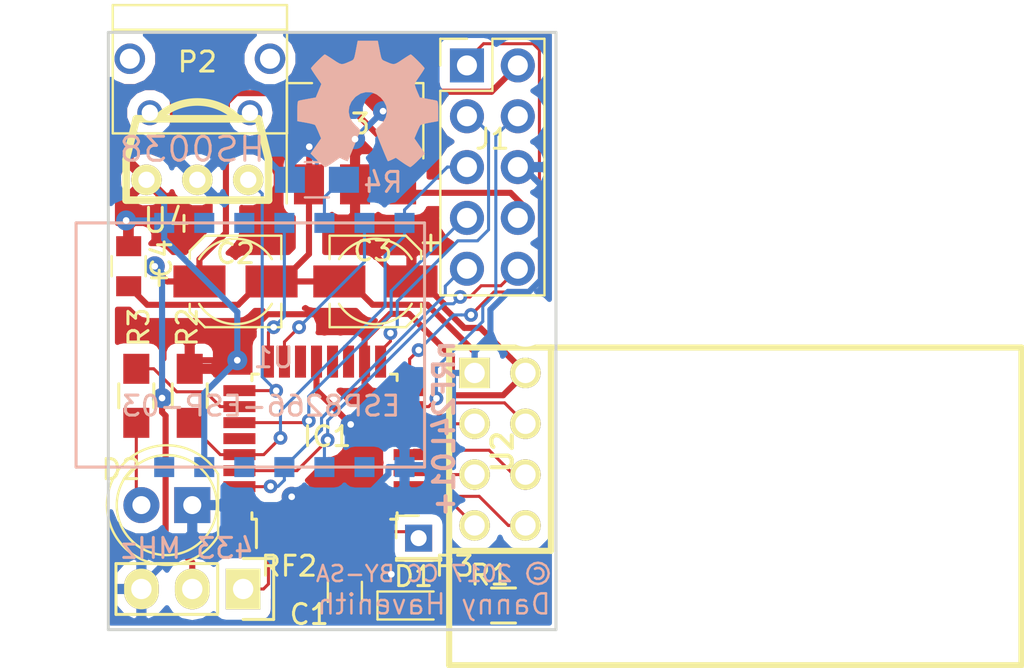
<source format=kicad_pcb>
(kicad_pcb (version 4) (host pcbnew 4.0.6-e0-6349~53~ubuntu16.04.1)

  (general
    (links 61)
    (no_connects 1)
    (area 110.589287 99.281 165.912801 142.653932)
    (thickness 1.6002)
    (drawings 8)
    (tracks 303)
    (zones 0)
    (modules 21)
    (nets 41)
  )

  (page A4)
  (layers
    (0 F.Cu signal)
    (31 B.Cu signal)
    (32 B.Adhes user hide)
    (33 F.Adhes user hide)
    (34 B.Paste user hide)
    (35 F.Paste user hide)
    (36 B.SilkS user hide)
    (37 F.SilkS user hide)
    (38 B.Mask user hide)
    (39 F.Mask user hide)
    (40 Dwgs.User user hide)
    (41 Cmts.User user hide)
    (42 Eco1.User user hide)
    (43 Eco2.User user hide)
    (44 Edge.Cuts user)
    (45 Margin user hide)
    (46 B.CrtYd user hide)
    (47 F.CrtYd user hide)
    (48 B.Fab user hide)
    (49 F.Fab user hide)
  )

  (setup
    (last_trace_width 0.1524)
    (user_trace_width 0.3048)
    (trace_clearance 0.1524)
    (zone_clearance 0.508)
    (zone_45_only yes)
    (trace_min 0.1524)
    (segment_width 0.2)
    (edge_width 0.15)
    (via_size 0.6858)
    (via_drill 0.3302)
    (via_min_size 0.6858)
    (via_min_drill 0.3302)
    (uvia_size 0.762)
    (uvia_drill 0.508)
    (uvias_allowed no)
    (uvia_min_size 0)
    (uvia_min_drill 0)
    (pcb_text_width 0.3)
    (pcb_text_size 1.5 1.5)
    (mod_edge_width 0.15)
    (mod_text_size 1 1)
    (mod_text_width 0.15)
    (pad_size 1.25 1.25)
    (pad_drill 0.8128)
    (pad_to_mask_clearance 0.2)
    (aux_axis_origin 0 0)
    (visible_elements FFFFFF7F)
    (pcbplotparams
      (layerselection 0x00030_80000001)
      (usegerberextensions false)
      (excludeedgelayer true)
      (linewidth 0.100000)
      (plotframeref false)
      (viasonmask false)
      (mode 1)
      (useauxorigin false)
      (hpglpennumber 1)
      (hpglpenspeed 20)
      (hpglpendiameter 15)
      (hpglpenoverlay 2)
      (psnegative false)
      (psa4output false)
      (plotreference true)
      (plotvalue true)
      (plotinvisibletext false)
      (padsonsilk false)
      (subtractmaskfromsilk false)
      (outputformat 1)
      (mirror false)
      (drillshape 1)
      (scaleselection 1)
      (outputdirectory ""))
  )

  (net 0 "")
  (net 1 "Net-(U1-Pad10)")
  (net 2 "Net-(U1-Pad9)")
  (net 3 "Net-(U1-Pad5)")
  (net 4 "Net-(U1-Pad7)")
  (net 5 "Net-(IC1-Pad2)")
  (net 6 GND)
  (net 7 "Net-(IC1-Pad26)")
  (net 8 "Net-(IC1-Pad28)")
  (net 9 /MISO)
  (net 10 /SCK)
  (net 11 /MOSI)
  (net 12 VCC)
  (net 13 "Net-(IC1-Pad19)")
  (net 14 "Net-(IC1-Pad7)")
  (net 15 "Net-(IC1-Pad8)")
  (net 16 "Net-(IC1-Pad22)")
  (net 17 /~RST)
  (net 18 "Net-(P2-Pad2)")
  (net 19 "Net-(P2-Pad3)")
  (net 20 "Net-(P2-Pad4)")
  (net 21 "Net-(P2-Pad6)")
  (net 22 "Net-(IC1-Pad32)")
  (net 23 /5V)
  (net 24 /RFDAT)
  (net 25 /CEnRF)
  (net 26 /~CSNnRF)
  (net 27 /SCKnRF)
  (net 28 /MOSInRF)
  (net 29 /MISOnRF)
  (net 30 /IRQnRF)
  (net 31 "Net-(D1-Pad2)")
  (net 32 "Net-(D2-Pad2)")
  (net 33 /IRin)
  (net 34 /int1)
  (net 35 /int0)
  (net 36 "Net-(IC1-Pad20)")
  (net 37 "Net-(R4-Pad1)")
  (net 38 /ADCin)
  (net 39 /espTX)
  (net 40 /expRX)

  (net_class Default "This is the default net class."
    (clearance 0.1524)
    (trace_width 0.1524)
    (via_dia 0.6858)
    (via_drill 0.3302)
    (uvia_dia 0.762)
    (uvia_drill 0.508)
    (add_net /ADCin)
    (add_net /CEnRF)
    (add_net /IRQnRF)
    (add_net /IRin)
    (add_net /MISO)
    (add_net /MISOnRF)
    (add_net /MOSI)
    (add_net /MOSInRF)
    (add_net /RFDAT)
    (add_net /SCK)
    (add_net /SCKnRF)
    (add_net /espTX)
    (add_net /expRX)
    (add_net /int0)
    (add_net /int1)
    (add_net /~CSNnRF)
    (add_net /~RST)
    (add_net "Net-(D1-Pad2)")
    (add_net "Net-(D2-Pad2)")
    (add_net "Net-(IC1-Pad19)")
    (add_net "Net-(IC1-Pad2)")
    (add_net "Net-(IC1-Pad20)")
    (add_net "Net-(IC1-Pad22)")
    (add_net "Net-(IC1-Pad26)")
    (add_net "Net-(IC1-Pad28)")
    (add_net "Net-(IC1-Pad32)")
    (add_net "Net-(IC1-Pad7)")
    (add_net "Net-(IC1-Pad8)")
    (add_net "Net-(P2-Pad2)")
    (add_net "Net-(P2-Pad3)")
    (add_net "Net-(P2-Pad4)")
    (add_net "Net-(P2-Pad6)")
    (add_net "Net-(R4-Pad1)")
    (add_net "Net-(U1-Pad10)")
    (add_net "Net-(U1-Pad5)")
    (add_net "Net-(U1-Pad7)")
    (add_net "Net-(U1-Pad9)")
  )

  (net_class power ""
    (clearance 0.1524)
    (trace_width 0.3048)
    (via_dia 1)
    (via_drill 0.3302)
    (uvia_dia 0.762)
    (uvia_drill 0.508)
    (add_net /5V)
    (add_net GND)
    (add_net VCC)
  )

  (module Mounting_Holes:MountingHole_2.2mm_M2 (layer F.Cu) (tedit 58E114F5) (tstamp 58DDA6FC)
    (at 140.843 120.269)
    (descr "Mounting Hole 2.2mm, no annular, M2")
    (tags "mounting hole 2.2mm no annular m2")
    (fp_text reference REF** (at -0.635 -1.778) (layer F.SilkS) hide
      (effects (font (size 1 1) (thickness 0.15)))
    )
    (fp_text value MountingHole_2.2mm_M2 (at 0 3.2) (layer F.Fab)
      (effects (font (size 1 1) (thickness 0.15)))
    )
    (fp_circle (center 0 0) (end 2.2 0) (layer Cmts.User) (width 0.15))
    (fp_circle (center 0 0) (end 2.45 0) (layer F.CrtYd) (width 0.05))
    (pad 1 np_thru_hole circle (at 0 0) (size 2.2 2.2) (drill 2.2) (layers *.Cu *.Mask))
  )

  (module "spider:USB_Micro-B handsoldering" (layer F.Cu) (tedit 58E145E4) (tstamp 58DD96EE)
    (at 124.587 108.331 180)
    (descr "Micro USB Type B Receptacle")
    (tags "USB USB_B USB_micro USB_OTG")
    (path /5897ABC5)
    (attr smd)
    (fp_text reference P2 (at 0.127 1.19 180) (layer F.SilkS)
      (effects (font (size 1 1) (thickness 0.15)))
    )
    (fp_text value USB_OTG (at 0 5.01 180) (layer F.Fab)
      (effects (font (size 1 1) (thickness 0.15)))
    )
    (fp_line (start -4.6 -2.59) (end 4.6 -2.59) (layer F.CrtYd) (width 0.05))
    (fp_line (start 4.6 -2.59) (end 4.6 4.26) (layer F.CrtYd) (width 0.05))
    (fp_line (start 4.6 4.26) (end -4.6 4.26) (layer F.CrtYd) (width 0.05))
    (fp_line (start -4.6 4.26) (end -4.6 -2.59) (layer F.CrtYd) (width 0.05))
    (fp_line (start -4.35 4.03) (end 4.35 4.03) (layer F.SilkS) (width 0.12))
    (fp_line (start -4.35 -2.38) (end 4.35 -2.38) (layer F.SilkS) (width 0.12))
    (fp_line (start 4.35 -2.38) (end 4.35 4.03) (layer F.SilkS) (width 0.12))
    (fp_line (start 4.35 2.8) (end -4.35 2.8) (layer F.SilkS) (width 0.12))
    (fp_line (start -4.35 4.03) (end -4.35 -2.38) (layer F.SilkS) (width 0.12))
    (pad 1 smd rect (at -1.3 -1.65 270) (size 2 0.4) (layers F.Cu F.Paste F.Mask)
      (net 23 /5V))
    (pad 2 smd rect (at -0.65 -1.35 270) (size 1.35 0.4) (layers F.Cu F.Paste)
      (net 18 "Net-(P2-Pad2)"))
    (pad 3 smd rect (at 0 -1.35 270) (size 1.35 0.4) (layers F.Cu F.Paste F.Mask)
      (net 19 "Net-(P2-Pad3)"))
    (pad 4 smd rect (at 0.65 -1.35 270) (size 1.35 0.4) (layers F.Cu F.Paste)
      (net 20 "Net-(P2-Pad4)"))
    (pad 5 smd rect (at 1.3 -1.65 270) (size 2 0.4) (layers F.Cu F.Paste F.Mask)
      (net 6 GND))
    (pad 6 thru_hole oval (at -2.5 -1.35 270) (size 1.25 1.25) (drill 0.8128) (layers *.Cu *.Mask)
      (net 21 "Net-(P2-Pad6)"))
    (pad 6 thru_hole circle (at 2.5 -1.35 270) (size 1.25 1.25) (drill 0.8128) (layers *.Cu *.Mask)
      (net 21 "Net-(P2-Pad6)"))
    (pad 7 thru_hole circle (at -3.5 1.35 180) (size 1.524 1.524) (drill 1) (layers *.Cu *.Mask))
    (pad 7 thru_hole circle (at 3.5 1.35 180) (size 1.524 1.524) (drill 1) (layers *.Cu *.Mask))
  )

  (module Pin_Headers:Pin_Header_Straight_2x05_Pitch2.54mm (layer F.Cu) (tedit 58CD4EC5) (tstamp 58E120F9)
    (at 137.922 107.315)
    (descr "Through hole straight pin header, 2x05, 2.54mm pitch, double rows")
    (tags "Through hole pin header THT 2x05 2.54mm double row")
    (path /58E122B1)
    (fp_text reference J1 (at 1.27 3.683) (layer F.SilkS)
      (effects (font (size 1 1) (thickness 0.15)))
    )
    (fp_text value CONN_02X05 (at 1.27 12.49) (layer F.Fab)
      (effects (font (size 1 1) (thickness 0.15)))
    )
    (fp_line (start -1.27 -1.27) (end -1.27 11.43) (layer F.Fab) (width 0.1))
    (fp_line (start -1.27 11.43) (end 3.81 11.43) (layer F.Fab) (width 0.1))
    (fp_line (start 3.81 11.43) (end 3.81 -1.27) (layer F.Fab) (width 0.1))
    (fp_line (start 3.81 -1.27) (end -1.27 -1.27) (layer F.Fab) (width 0.1))
    (fp_line (start -1.33 1.27) (end -1.33 11.49) (layer F.SilkS) (width 0.12))
    (fp_line (start -1.33 11.49) (end 3.87 11.49) (layer F.SilkS) (width 0.12))
    (fp_line (start 3.87 11.49) (end 3.87 -1.33) (layer F.SilkS) (width 0.12))
    (fp_line (start 3.87 -1.33) (end 1.27 -1.33) (layer F.SilkS) (width 0.12))
    (fp_line (start 1.27 -1.33) (end 1.27 1.27) (layer F.SilkS) (width 0.12))
    (fp_line (start 1.27 1.27) (end -1.33 1.27) (layer F.SilkS) (width 0.12))
    (fp_line (start -1.33 0) (end -1.33 -1.33) (layer F.SilkS) (width 0.12))
    (fp_line (start -1.33 -1.33) (end 0 -1.33) (layer F.SilkS) (width 0.12))
    (fp_line (start -1.8 -1.8) (end -1.8 11.95) (layer F.CrtYd) (width 0.05))
    (fp_line (start -1.8 11.95) (end 4.35 11.95) (layer F.CrtYd) (width 0.05))
    (fp_line (start 4.35 11.95) (end 4.35 -1.8) (layer F.CrtYd) (width 0.05))
    (fp_line (start 4.35 -1.8) (end -1.8 -1.8) (layer F.CrtYd) (width 0.05))
    (fp_text user %R (at 1.27 -2.33) (layer F.Fab)
      (effects (font (size 1 1) (thickness 0.15)))
    )
    (pad 1 thru_hole rect (at 0 0) (size 1.7 1.7) (drill 1) (layers *.Cu *.Mask)
      (net 9 /MISO))
    (pad 2 thru_hole oval (at 2.54 0) (size 1.7 1.7) (drill 1) (layers *.Cu *.Mask)
      (net 12 VCC))
    (pad 3 thru_hole oval (at 0 2.54) (size 1.7 1.7) (drill 1) (layers *.Cu *.Mask)
      (net 10 /SCK))
    (pad 4 thru_hole oval (at 2.54 2.54) (size 1.7 1.7) (drill 1) (layers *.Cu *.Mask)
      (net 11 /MOSI))
    (pad 5 thru_hole oval (at 0 5.08) (size 1.7 1.7) (drill 1) (layers *.Cu *.Mask)
      (net 17 /~RST))
    (pad 6 thru_hole oval (at 2.54 5.08) (size 1.7 1.7) (drill 1) (layers *.Cu *.Mask)
      (net 6 GND))
    (pad 7 thru_hole oval (at 0 7.62) (size 1.7 1.7) (drill 1) (layers *.Cu *.Mask)
      (net 38 /ADCin))
    (pad 8 thru_hole oval (at 2.54 7.62) (size 1.7 1.7) (drill 1) (layers *.Cu *.Mask)
      (net 23 /5V))
    (pad 9 thru_hole oval (at 0 10.16) (size 1.7 1.7) (drill 1) (layers *.Cu *.Mask)
      (net 40 /expRX))
    (pad 10 thru_hole oval (at 2.54 10.16) (size 1.7 1.7) (drill 1) (layers *.Cu *.Mask)
      (net 39 /espTX))
    (model ${KISYS3DMOD}/Pin_Headers.3dshapes/Pin_Header_Straight_2x05_Pitch2.54mm.wrl
      (at (xyz 0.05 -0.2 0))
      (scale (xyz 1 1 1))
      (rotate (xyz 0 0 90))
    )
  )

  (module Capacitors_SMD:CP_Elec_4x5.3 (layer F.Cu) (tedit 57FA43A5) (tstamp 589E62C9)
    (at 126.365 118.11)
    (descr "SMT capacitor, aluminium electrolytic, 4x5.3")
    (path /589CEE1E)
    (attr smd)
    (fp_text reference C2 (at 0 -1.397) (layer F.SilkS)
      (effects (font (size 1 1) (thickness 0.15)))
    )
    (fp_text value CP (at 0 -3.5433) (layer F.Fab)
      (effects (font (size 1 1) (thickness 0.15)))
    )
    (fp_text user + (at -1.2065 -0.0762) (layer F.Fab)
      (effects (font (size 1 1) (thickness 0.15)))
    )
    (fp_line (start 2.1336 2.1336) (end 2.1336 -2.1336) (layer F.Fab) (width 0.1))
    (fp_line (start -1.4605 2.1336) (end 2.1336 2.1336) (layer F.Fab) (width 0.1))
    (fp_line (start -2.1336 1.4605) (end -1.4605 2.1336) (layer F.Fab) (width 0.1))
    (fp_line (start -2.1336 -1.4605) (end -2.1336 1.4605) (layer F.Fab) (width 0.1))
    (fp_line (start -1.4605 -2.1336) (end -2.1336 -1.4605) (layer F.Fab) (width 0.1))
    (fp_line (start 2.1336 -2.1336) (end -1.4605 -2.1336) (layer F.Fab) (width 0.1))
    (fp_arc (start 0 0) (end 1.8161 1.1176) (angle 116.717029) (layer F.SilkS) (width 0.12))
    (fp_arc (start 0 0) (end -1.8161 -1.1176) (angle 116.7849955) (layer F.SilkS) (width 0.12))
    (fp_line (start -2.286 -1.524) (end -2.286 -1.1176) (layer F.SilkS) (width 0.12))
    (fp_line (start 2.286 -2.286) (end 2.286 -1.1176) (layer F.SilkS) (width 0.12))
    (fp_line (start 2.286 2.286) (end 2.286 1.1176) (layer F.SilkS) (width 0.12))
    (fp_line (start -2.286 1.524) (end -2.286 1.1176) (layer F.SilkS) (width 0.12))
    (fp_text user + (at -3.81 -0.254) (layer F.SilkS)
      (effects (font (size 1 1) (thickness 0.15)))
    )
    (fp_line (start 3.35 -2.65) (end -3.35 -2.65) (layer F.CrtYd) (width 0.05))
    (fp_line (start -3.35 -2.65) (end -3.35 2.65) (layer F.CrtYd) (width 0.05))
    (fp_line (start -3.35 2.65) (end 3.35 2.65) (layer F.CrtYd) (width 0.05))
    (fp_line (start 3.35 2.65) (end 3.35 -2.65) (layer F.CrtYd) (width 0.05))
    (fp_line (start -1.524 2.286) (end 2.286 2.286) (layer F.SilkS) (width 0.12))
    (fp_line (start -1.524 2.286) (end -2.286 1.524) (layer F.SilkS) (width 0.12))
    (fp_line (start -1.524 -2.286) (end 2.286 -2.286) (layer F.SilkS) (width 0.12))
    (fp_line (start -1.524 -2.286) (end -2.286 -1.524) (layer F.SilkS) (width 0.12))
    (pad 1 smd rect (at -1.8 0 180) (size 2.6 1.6) (layers F.Cu F.Paste F.Mask)
      (net 23 /5V))
    (pad 2 smd rect (at 1.8 0 180) (size 2.6 1.6) (layers F.Cu F.Paste F.Mask)
      (net 6 GND))
    (model Capacitors_SMD.3dshapes/CP_Elec_4x5.3.wrl
      (at (xyz 0 0 0))
      (scale (xyz 1 1 1))
      (rotate (xyz 0 0 180))
    )
  )

  (module spider:ESP8266-ESP-03 (layer B.Cu) (tedit 54BF7D41) (tstamp 58965C18)
    (at 128.905 121.285 270)
    (descr "ESP8266 ESP-03 wifi module -- Phillip Pearson")
    (path /58965778)
    (fp_text reference U1 (at 0.635 0.635 540) (layer B.SilkS)
      (effects (font (size 1 1) (thickness 0.15)) (justify mirror))
    )
    (fp_text value ESP8266-ESP-03 (at 3.048 1.27 540) (layer B.SilkS)
      (effects (font (size 1 1) (thickness 0.15)) (justify mirror))
    )
    (fp_line (start -6.1 -6.9) (end -6.1 10.5) (layer B.SilkS) (width 0.15))
    (fp_line (start -6.1 10.5) (end 6.1 10.5) (layer B.SilkS) (width 0.15))
    (fp_line (start 6.1 10.5) (end 6.1 -6.9) (layer B.SilkS) (width 0.15))
    (fp_line (start 6.1 -6.9) (end -6.1 -6.9) (layer B.SilkS) (width 0.15))
    (pad 14 smd rect (at -6.1 -5.9 270) (size 1 1) (layers B.Cu B.Paste B.Mask)
      (net 17 /~RST))
    (pad 13 smd rect (at -6.1 -3.9 270) (size 1 1) (layers B.Cu B.Paste B.Mask)
      (net 34 /int1))
    (pad 12 smd rect (at -6.1 -1.9 270) (size 1 1) (layers B.Cu B.Paste B.Mask)
      (net 37 "Net-(R4-Pad1)"))
    (pad 11 smd rect (at -6.1 0.1 270) (size 1 1) (layers B.Cu B.Paste B.Mask)
      (net 35 /int0))
    (pad 10 smd rect (at -6.1 2.1 270) (size 1 1) (layers B.Cu B.Paste B.Mask)
      (net 1 "Net-(U1-Pad10)"))
    (pad 9 smd rect (at -6.1 4.1 270) (size 1 1) (layers B.Cu B.Paste B.Mask)
      (net 2 "Net-(U1-Pad9)"))
    (pad 8 smd rect (at -6.1 6.1 270) (size 1 1) (layers B.Cu B.Paste B.Mask)
      (net 12 VCC))
    (pad 1 smd rect (at 6.1 -5.9 270) (size 1 1) (layers B.Cu B.Paste B.Mask)
      (net 6 GND))
    (pad 2 smd rect (at 6.1 -3.9 270) (size 1 1) (layers B.Cu B.Paste B.Mask))
    (pad 3 smd rect (at 6.1 -1.9 270) (size 1 1) (layers B.Cu B.Paste B.Mask)
      (net 39 /espTX))
    (pad 4 smd rect (at 6.1 0.1 270) (size 1 1) (layers B.Cu B.Paste B.Mask)
      (net 40 /expRX))
    (pad 5 smd rect (at 6.1 2.1 270) (size 1 1) (layers B.Cu B.Paste B.Mask)
      (net 3 "Net-(U1-Pad5)"))
    (pad 6 smd rect (at 6.1 4.1 270) (size 1 1) (layers B.Cu B.Paste B.Mask)
      (net 12 VCC))
    (pad 7 smd rect (at 6.1 6.1 270) (size 1 1) (layers B.Cu B.Paste B.Mask)
      (net 4 "Net-(U1-Pad7)"))
  )

  (module spider:RF_Transmitter_433_MHz (layer F.Cu) (tedit 58DDA5EF) (tstamp 58968CC8)
    (at 124.206 133.477 180)
    (path /58968B23)
    (fp_text reference RF2 (at -4.826 1.143 180) (layer F.SilkS)
      (effects (font (size 1 1) (thickness 0.15)))
    )
    (fp_text value "433 MHz" (at 0.254 2.032 180) (layer B.SilkS)
      (effects (font (size 1 1) (thickness 0.15)) (justify mirror))
    )
    (fp_line (start 3.81 1.27) (end -1.27 1.27) (layer F.SilkS) (width 0.15))
    (fp_line (start 3.81 -1.27) (end 3.81 1.27) (layer F.SilkS) (width 0.15))
    (fp_line (start -1.27 -1.27) (end 3.81 -1.27) (layer F.SilkS) (width 0.15))
    (fp_line (start -1.27 1.27) (end -1.27 -1.27) (layer F.SilkS) (width 0.15))
    (fp_line (start -4.064 1.524) (end -2.54 1.524) (layer F.SilkS) (width 0.15))
    (fp_line (start -4.064 -1.524) (end -4.064 1.524) (layer F.SilkS) (width 0.15))
    (fp_line (start -2.54 -1.524) (end -4.064 -1.524) (layer F.SilkS) (width 0.15))
    (fp_line (start -4.445 0.635) (end -4.445 -0.635) (layer F.CrtYd) (width 0.15))
    (fp_line (start -6.985 0.635) (end -4.445 0.635) (layer F.CrtYd) (width 0.15))
    (fp_line (start -6.985 -0.635) (end -6.985 0.635) (layer F.CrtYd) (width 0.15))
    (fp_line (start 9.525 -0.635) (end -9.525 -0.635) (layer F.CrtYd) (width 0.15))
    (fp_line (start 9.525 -1.905) (end 9.525 -0.635) (layer F.CrtYd) (width 0.15))
    (fp_line (start -9.525 -1.905) (end 9.525 -1.905) (layer F.CrtYd) (width 0.15))
    (fp_line (start -9.525 -0.635) (end -9.525 -1.905) (layer F.CrtYd) (width 0.15))
    (pad 1 thru_hole rect (at -2.54 0 270) (size 2.032 1.7272) (drill 1.016) (layers *.Cu *.Mask F.SilkS)
      (net 24 /RFDAT))
    (pad 2 thru_hole oval (at 0 0 270) (size 2.032 1.7272) (drill 1.016) (layers *.Cu *.Mask F.SilkS)
      (net 23 /5V))
    (pad 3 thru_hole oval (at 2.54 0 270) (size 2.032 1.7272) (drill 1.016) (layers *.Cu *.Mask F.SilkS)
      (net 6 GND))
  )

  (module Housings_SOT:SOT-223-3Lead_TabPin2 (layer F.Cu) (tedit 58E1400C) (tstamp 5897ADBE)
    (at 132.334 110.109 90)
    (descr "module CMS SOT223 4 pins")
    (tags "CMS SOT")
    (path /58979A69)
    (attr smd)
    (fp_text reference U3 (at -0.127 -0.254 180) (layer F.SilkS)
      (effects (font (size 1 1) (thickness 0.15)))
    )
    (fp_text value LD1117S33TR (at 0 4.5 90) (layer F.Fab)
      (effects (font (size 1 1) (thickness 0.15)))
    )
    (fp_line (start 1.91 3.41) (end 1.91 2.15) (layer F.SilkS) (width 0.12))
    (fp_line (start 1.91 -3.41) (end 1.91 -2.15) (layer F.SilkS) (width 0.12))
    (fp_line (start 4.4 -3.6) (end -4.4 -3.6) (layer F.CrtYd) (width 0.05))
    (fp_line (start 4.4 3.6) (end 4.4 -3.6) (layer F.CrtYd) (width 0.05))
    (fp_line (start -4.4 3.6) (end 4.4 3.6) (layer F.CrtYd) (width 0.05))
    (fp_line (start -4.4 -3.6) (end -4.4 3.6) (layer F.CrtYd) (width 0.05))
    (fp_line (start -1.85 -2.35) (end -0.85 -3.35) (layer F.Fab) (width 0.1))
    (fp_line (start -1.85 -2.35) (end -1.85 3.35) (layer F.Fab) (width 0.1))
    (fp_line (start -1.85 3.41) (end 1.91 3.41) (layer F.SilkS) (width 0.12))
    (fp_line (start -0.85 -3.35) (end 1.85 -3.35) (layer F.Fab) (width 0.1))
    (fp_line (start -4.1 -3.41) (end 1.91 -3.41) (layer F.SilkS) (width 0.12))
    (fp_line (start -1.85 3.35) (end 1.85 3.35) (layer F.Fab) (width 0.1))
    (fp_line (start 1.85 -3.35) (end 1.85 3.35) (layer F.Fab) (width 0.1))
    (pad 2 smd rect (at 3.15 0 90) (size 2 3.8) (layers F.Cu F.Paste F.Mask)
      (net 12 VCC))
    (pad 2 smd rect (at -3.15 0 90) (size 2 1.5) (layers F.Cu F.Paste F.Mask)
      (net 12 VCC))
    (pad 3 smd rect (at -3.15 2.3 90) (size 2 1.5) (layers F.Cu F.Paste F.Mask)
      (net 23 /5V))
    (pad 1 smd rect (at -3.15 -2.3 90) (size 2 1.5) (layers F.Cu F.Paste F.Mask)
      (net 6 GND))
    (model TO_SOT_Packages_SMD.3dshapes/SOT-223.wrl
      (at (xyz 0 0 0))
      (scale (xyz 0.4 0.4 0.4))
      (rotate (xyz 0 0 90))
    )
  )

  (module Housings_QFP:TQFP-32_7x7mm_Pitch0.8mm (layer F.Cu) (tedit 54130A77) (tstamp 5897AE05)
    (at 130.81 126.365 90)
    (descr "32-Lead Plastic Thin Quad Flatpack (PT) - 7x7x1.0 mm Body, 2.00 mm [TQFP] (see Microchip Packaging Specification 00000049BS.pdf)")
    (tags "QFP 0.8")
    (path /589789BA)
    (autoplace_cost90 10)
    (autoplace_cost180 10)
    (attr smd)
    (fp_text reference IC1 (at 0.508 0.127 180) (layer F.SilkS)
      (effects (font (size 1 1) (thickness 0.15)))
    )
    (fp_text value ATMEGA88-A (at 0 6.05 90) (layer F.Fab)
      (effects (font (size 1 1) (thickness 0.15)))
    )
    (fp_text user %R (at 0 -0.635 90) (layer F.Fab)
      (effects (font (size 1 1) (thickness 0.15)))
    )
    (fp_line (start -2.5 -3.5) (end 3.5 -3.5) (layer F.Fab) (width 0.15))
    (fp_line (start 3.5 -3.5) (end 3.5 3.5) (layer F.Fab) (width 0.15))
    (fp_line (start 3.5 3.5) (end -3.5 3.5) (layer F.Fab) (width 0.15))
    (fp_line (start -3.5 3.5) (end -3.5 -2.5) (layer F.Fab) (width 0.15))
    (fp_line (start -3.5 -2.5) (end -2.5 -3.5) (layer F.Fab) (width 0.15))
    (fp_line (start -5.3 -5.3) (end -5.3 5.3) (layer F.CrtYd) (width 0.05))
    (fp_line (start 5.3 -5.3) (end 5.3 5.3) (layer F.CrtYd) (width 0.05))
    (fp_line (start -5.3 -5.3) (end 5.3 -5.3) (layer F.CrtYd) (width 0.05))
    (fp_line (start -5.3 5.3) (end 5.3 5.3) (layer F.CrtYd) (width 0.05))
    (fp_line (start -3.625 -3.625) (end -3.625 -3.4) (layer F.SilkS) (width 0.15))
    (fp_line (start 3.625 -3.625) (end 3.625 -3.3) (layer F.SilkS) (width 0.15))
    (fp_line (start 3.625 3.625) (end 3.625 3.3) (layer F.SilkS) (width 0.15))
    (fp_line (start -3.625 3.625) (end -3.625 3.3) (layer F.SilkS) (width 0.15))
    (fp_line (start -3.625 -3.625) (end -3.3 -3.625) (layer F.SilkS) (width 0.15))
    (fp_line (start -3.625 3.625) (end -3.3 3.625) (layer F.SilkS) (width 0.15))
    (fp_line (start 3.625 3.625) (end 3.3 3.625) (layer F.SilkS) (width 0.15))
    (fp_line (start 3.625 -3.625) (end 3.3 -3.625) (layer F.SilkS) (width 0.15))
    (fp_line (start -3.625 -3.4) (end -5.05 -3.4) (layer F.SilkS) (width 0.15))
    (pad 1 smd rect (at -4.25 -2.8 90) (size 1.6 0.55) (layers F.Cu F.Paste F.Mask)
      (net 24 /RFDAT))
    (pad 2 smd rect (at -4.25 -2 90) (size 1.6 0.55) (layers F.Cu F.Paste F.Mask)
      (net 5 "Net-(IC1-Pad2)"))
    (pad 3 smd rect (at -4.25 -1.2 90) (size 1.6 0.55) (layers F.Cu F.Paste F.Mask)
      (net 6 GND))
    (pad 4 smd rect (at -4.25 -0.4 90) (size 1.6 0.55) (layers F.Cu F.Paste F.Mask)
      (net 12 VCC))
    (pad 5 smd rect (at -4.25 0.4 90) (size 1.6 0.55) (layers F.Cu F.Paste F.Mask)
      (net 6 GND))
    (pad 6 smd rect (at -4.25 1.2 90) (size 1.6 0.55) (layers F.Cu F.Paste F.Mask)
      (net 12 VCC))
    (pad 7 smd rect (at -4.25 2 90) (size 1.6 0.55) (layers F.Cu F.Paste F.Mask)
      (net 14 "Net-(IC1-Pad7)"))
    (pad 8 smd rect (at -4.25 2.8 90) (size 1.6 0.55) (layers F.Cu F.Paste F.Mask)
      (net 15 "Net-(IC1-Pad8)"))
    (pad 9 smd rect (at -2.8 4.25 180) (size 1.6 0.55) (layers F.Cu F.Paste F.Mask)
      (net 29 /MISOnRF))
    (pad 10 smd rect (at -2 4.25 180) (size 1.6 0.55) (layers F.Cu F.Paste F.Mask)
      (net 30 /IRQnRF))
    (pad 11 smd rect (at -1.2 4.25 180) (size 1.6 0.55) (layers F.Cu F.Paste F.Mask)
      (net 27 /SCKnRF))
    (pad 12 smd rect (at -0.4 4.25 180) (size 1.6 0.55) (layers F.Cu F.Paste F.Mask)
      (net 28 /MOSInRF))
    (pad 13 smd rect (at 0.4 4.25 180) (size 1.6 0.55) (layers F.Cu F.Paste F.Mask)
      (net 25 /CEnRF))
    (pad 14 smd rect (at 1.2 4.25 180) (size 1.6 0.55) (layers F.Cu F.Paste F.Mask)
      (net 26 /~CSNnRF))
    (pad 15 smd rect (at 2 4.25 180) (size 1.6 0.55) (layers F.Cu F.Paste F.Mask)
      (net 11 /MOSI))
    (pad 16 smd rect (at 2.8 4.25 180) (size 1.6 0.55) (layers F.Cu F.Paste F.Mask)
      (net 9 /MISO))
    (pad 17 smd rect (at 4.25 2.8 90) (size 1.6 0.55) (layers F.Cu F.Paste F.Mask)
      (net 10 /SCK))
    (pad 18 smd rect (at 4.25 2 90) (size 1.6 0.55) (layers F.Cu F.Paste F.Mask)
      (net 12 VCC))
    (pad 19 smd rect (at 4.25 1.2 90) (size 1.6 0.55) (layers F.Cu F.Paste F.Mask)
      (net 13 "Net-(IC1-Pad19)"))
    (pad 20 smd rect (at 4.25 0.4 90) (size 1.6 0.55) (layers F.Cu F.Paste F.Mask)
      (net 36 "Net-(IC1-Pad20)"))
    (pad 21 smd rect (at 4.25 -0.4 90) (size 1.6 0.55) (layers F.Cu F.Paste F.Mask)
      (net 6 GND))
    (pad 22 smd rect (at 4.25 -1.2 90) (size 1.6 0.55) (layers F.Cu F.Paste F.Mask)
      (net 16 "Net-(IC1-Pad22)"))
    (pad 23 smd rect (at 4.25 -2 90) (size 1.6 0.55) (layers F.Cu F.Paste F.Mask)
      (net 34 /int1))
    (pad 24 smd rect (at 4.25 -2.8 90) (size 1.6 0.55) (layers F.Cu F.Paste F.Mask)
      (net 35 /int0))
    (pad 25 smd rect (at 2.8 -4.25 180) (size 1.6 0.55) (layers F.Cu F.Paste F.Mask)
      (net 33 /IRin))
    (pad 26 smd rect (at 2 -4.25 180) (size 1.6 0.55) (layers F.Cu F.Paste F.Mask)
      (net 7 "Net-(IC1-Pad26)"))
    (pad 27 smd rect (at 1.2 -4.25 180) (size 1.6 0.55) (layers F.Cu F.Paste F.Mask)
      (net 38 /ADCin))
    (pad 28 smd rect (at 0.4 -4.25 180) (size 1.6 0.55) (layers F.Cu F.Paste F.Mask)
      (net 8 "Net-(IC1-Pad28)"))
    (pad 29 smd rect (at -0.4 -4.25 180) (size 1.6 0.55) (layers F.Cu F.Paste F.Mask)
      (net 17 /~RST))
    (pad 30 smd rect (at -1.2 -4.25 180) (size 1.6 0.55) (layers F.Cu F.Paste F.Mask)
      (net 39 /espTX))
    (pad 31 smd rect (at -2 -4.25 180) (size 1.6 0.55) (layers F.Cu F.Paste F.Mask)
      (net 40 /expRX))
    (pad 32 smd rect (at -2.8 -4.25 180) (size 1.6 0.55) (layers F.Cu F.Paste F.Mask)
      (net 22 "Net-(IC1-Pad32)"))
    (model Housings_QFP.3dshapes/TQFP-32_7x7mm_Pitch0.8mm.wrl
      (at (xyz 0 0 0))
      (scale (xyz 1 1 1))
      (rotate (xyz 0 0 0))
    )
  )

  (module spider:NRF24L01_MODULE (layer F.Cu) (tedit 58AA0E77) (tstamp 589688D5)
    (at 139.573 126.492 270)
    (descr "Footprint for Chinese nRF24L01+ module")
    (tags CONN)
    (path /589685A2)
    (fp_text reference U2 (at 0.127 -0.127 270) (layer F.SilkS)
      (effects (font (size 1.016 1.016) (thickness 0.2032)))
    )
    (fp_text value nRF24L01+ (at -1.016 2.794 270) (layer B.SilkS)
      (effects (font (size 1.016 1.016) (thickness 0.2032)) (justify mirror))
    )
    (fp_line (start 5.08 2.54) (end 10.795 2.54) (layer F.SilkS) (width 0.3048))
    (fp_line (start 10.795 2.54) (end 10.795 -26.035) (layer F.SilkS) (width 0.3048))
    (fp_line (start 10.795 -26.035) (end -5.08 -26.035) (layer F.SilkS) (width 0.3048))
    (fp_line (start -5.08 -26.035) (end -5.08 -2.54) (layer F.SilkS) (width 0.3048))
    (fp_line (start -5.08 -2.54) (end 5.08 -2.54) (layer F.SilkS) (width 0.3048))
    (fp_line (start 5.08 -2.54) (end 5.08 2.54) (layer F.SilkS) (width 0.3048))
    (fp_line (start 5.08 2.54) (end -5.08 2.54) (layer F.SilkS) (width 0.3048))
    (fp_line (start -5.08 2.54) (end -5.08 -2.54) (layer F.SilkS) (width 0.3048))
    (pad 1 thru_hole rect (at -3.81 1.27 270) (size 1.524 1.524) (drill 1.016) (layers *.Cu *.Mask F.SilkS)
      (net 6 GND))
    (pad 2 thru_hole circle (at -3.81 -1.27 270) (size 1.524 1.524) (drill 1.016) (layers *.Cu *.Mask F.SilkS)
      (net 12 VCC))
    (pad 3 thru_hole circle (at -1.27 1.27 270) (size 1.524 1.524) (drill 1.016) (layers *.Cu *.Mask F.SilkS)
      (net 25 /CEnRF))
    (pad 4 thru_hole circle (at -1.27 -1.27 270) (size 1.524 1.524) (drill 1.016) (layers *.Cu *.Mask F.SilkS)
      (net 26 /~CSNnRF))
    (pad 5 thru_hole circle (at 1.27 1.27 270) (size 1.524 1.524) (drill 1.016) (layers *.Cu *.Mask F.SilkS)
      (net 27 /SCKnRF))
    (pad 6 thru_hole circle (at 1.27 -1.27 270) (size 1.524 1.524) (drill 1.016) (layers *.Cu *.Mask F.SilkS)
      (net 28 /MOSInRF))
    (pad 7 thru_hole circle (at 3.81 1.27 270) (size 1.524 1.524) (drill 1.016) (layers *.Cu *.Mask F.SilkS)
      (net 29 /MISOnRF))
    (pad 8 thru_hole circle (at 3.81 -1.27 270) (size 1.524 1.524) (drill 1.016) (layers *.Cu *.Mask F.SilkS)
      (net 30 /IRQnRF))
    (model pin_array/pins_array_4x2.wrl
      (at (xyz 0 0 0))
      (scale (xyz 1 1 1))
      (rotate (xyz 0 0 0))
    )
  )

  (module Capacitors_SMD:C_0805 (layer F.Cu) (tedit 5415D6EA) (tstamp 589E62C3)
    (at 131.826 133.62 90)
    (descr "Capacitor SMD 0805, reflow soldering, AVX (see smccp.pdf)")
    (tags "capacitor 0805")
    (path /589E6101)
    (attr smd)
    (fp_text reference C1 (at -1.127 -1.778 180) (layer F.SilkS)
      (effects (font (size 1 1) (thickness 0.15)))
    )
    (fp_text value 100nF (at 4.445 0 90) (layer F.Fab)
      (effects (font (size 1 1) (thickness 0.15)))
    )
    (fp_line (start -1 0.625) (end -1 -0.625) (layer F.Fab) (width 0.1))
    (fp_line (start 1 0.625) (end -1 0.625) (layer F.Fab) (width 0.1))
    (fp_line (start 1 -0.625) (end 1 0.625) (layer F.Fab) (width 0.1))
    (fp_line (start -1 -0.625) (end 1 -0.625) (layer F.Fab) (width 0.1))
    (fp_line (start -1.8 -1) (end 1.8 -1) (layer F.CrtYd) (width 0.05))
    (fp_line (start -1.8 1) (end 1.8 1) (layer F.CrtYd) (width 0.05))
    (fp_line (start -1.8 -1) (end -1.8 1) (layer F.CrtYd) (width 0.05))
    (fp_line (start 1.8 -1) (end 1.8 1) (layer F.CrtYd) (width 0.05))
    (fp_line (start 0.5 -0.85) (end -0.5 -0.85) (layer F.SilkS) (width 0.12))
    (fp_line (start -0.5 0.85) (end 0.5 0.85) (layer F.SilkS) (width 0.12))
    (pad 1 smd rect (at -1 0 90) (size 1 1.25) (layers F.Cu F.Paste F.Mask)
      (net 12 VCC))
    (pad 2 smd rect (at 1 0 90) (size 1 1.25) (layers F.Cu F.Paste F.Mask)
      (net 6 GND))
    (model Capacitors_SMD.3dshapes/C_0805.wrl
      (at (xyz 0 0 0))
      (scale (xyz 1 1 1))
      (rotate (xyz 0 0 0))
    )
  )

  (module Capacitors_SMD:CP_Elec_4x5.3 (layer F.Cu) (tedit 57FA43A5) (tstamp 589E62CF)
    (at 133.35 118.11 180)
    (descr "SMT capacitor, aluminium electrolytic, 4x5.3")
    (path /589CED4F)
    (attr smd)
    (fp_text reference C3 (at 0.127 1.524 180) (layer F.SilkS)
      (effects (font (size 1 1) (thickness 0.15)))
    )
    (fp_text value CP (at 0.3175 1.27 180) (layer F.Fab)
      (effects (font (size 1 1) (thickness 0.15)))
    )
    (fp_text user + (at -1.2065 -0.0762 180) (layer F.Fab)
      (effects (font (size 1 1) (thickness 0.15)))
    )
    (fp_line (start 2.1336 2.1336) (end 2.1336 -2.1336) (layer F.Fab) (width 0.1))
    (fp_line (start -1.4605 2.1336) (end 2.1336 2.1336) (layer F.Fab) (width 0.1))
    (fp_line (start -2.1336 1.4605) (end -1.4605 2.1336) (layer F.Fab) (width 0.1))
    (fp_line (start -2.1336 -1.4605) (end -2.1336 1.4605) (layer F.Fab) (width 0.1))
    (fp_line (start -1.4605 -2.1336) (end -2.1336 -1.4605) (layer F.Fab) (width 0.1))
    (fp_line (start 2.1336 -2.1336) (end -1.4605 -2.1336) (layer F.Fab) (width 0.1))
    (fp_arc (start 0 0) (end 1.8161 1.1176) (angle 116.717029) (layer F.SilkS) (width 0.12))
    (fp_arc (start 0 0) (end -1.8161 -1.1176) (angle 116.7849955) (layer F.SilkS) (width 0.12))
    (fp_line (start -2.286 -1.524) (end -2.286 -1.1176) (layer F.SilkS) (width 0.12))
    (fp_line (start 2.286 -2.286) (end 2.286 -1.1176) (layer F.SilkS) (width 0.12))
    (fp_line (start 2.286 2.286) (end 2.286 1.1176) (layer F.SilkS) (width 0.12))
    (fp_line (start -2.286 1.524) (end -2.286 1.1176) (layer F.SilkS) (width 0.12))
    (fp_text user + (at -2.7686 2.0066 180) (layer F.SilkS)
      (effects (font (size 1 1) (thickness 0.15)))
    )
    (fp_line (start 3.35 -2.65) (end -3.35 -2.65) (layer F.CrtYd) (width 0.05))
    (fp_line (start -3.35 -2.65) (end -3.35 2.65) (layer F.CrtYd) (width 0.05))
    (fp_line (start -3.35 2.65) (end 3.35 2.65) (layer F.CrtYd) (width 0.05))
    (fp_line (start 3.35 2.65) (end 3.35 -2.65) (layer F.CrtYd) (width 0.05))
    (fp_line (start -1.524 2.286) (end 2.286 2.286) (layer F.SilkS) (width 0.12))
    (fp_line (start -1.524 2.286) (end -2.286 1.524) (layer F.SilkS) (width 0.12))
    (fp_line (start -1.524 -2.286) (end 2.286 -2.286) (layer F.SilkS) (width 0.12))
    (fp_line (start -1.524 -2.286) (end -2.286 -1.524) (layer F.SilkS) (width 0.12))
    (pad 1 smd rect (at -1.8 0) (size 2.6 1.6) (layers F.Cu F.Paste F.Mask)
      (net 12 VCC))
    (pad 2 smd rect (at 1.8 0) (size 2.6 1.6) (layers F.Cu F.Paste F.Mask)
      (net 6 GND))
    (model Capacitors_SMD.3dshapes/CP_Elec_4x5.3.wrl
      (at (xyz 0 0 0))
      (scale (xyz 1 1 1))
      (rotate (xyz 0 0 180))
    )
  )

  (module LEDs:LED_0805 (layer F.Cu) (tedit 57FE93EC) (tstamp 58A6299A)
    (at 135.255 134.3025)
    (descr "LED 0805 smd package")
    (tags "LED led 0805 SMD smd SMT smt smdled SMDLED smtled SMTLED")
    (path /58A62888)
    (attr smd)
    (fp_text reference D1 (at 0 -1.45) (layer F.SilkS)
      (effects (font (size 1 1) (thickness 0.15)))
    )
    (fp_text value LED (at 0 1.55) (layer F.Fab)
      (effects (font (size 1 1) (thickness 0.15)))
    )
    (fp_line (start -1.8 -0.7) (end -1.8 0.7) (layer F.SilkS) (width 0.12))
    (fp_line (start -0.4 -0.4) (end -0.4 0.4) (layer F.Fab) (width 0.1))
    (fp_line (start -0.4 0) (end 0.2 -0.4) (layer F.Fab) (width 0.1))
    (fp_line (start 0.2 0.4) (end -0.4 0) (layer F.Fab) (width 0.1))
    (fp_line (start 0.2 -0.4) (end 0.2 0.4) (layer F.Fab) (width 0.1))
    (fp_line (start 1 0.6) (end -1 0.6) (layer F.Fab) (width 0.1))
    (fp_line (start 1 -0.6) (end 1 0.6) (layer F.Fab) (width 0.1))
    (fp_line (start -1 -0.6) (end 1 -0.6) (layer F.Fab) (width 0.1))
    (fp_line (start -1 0.6) (end -1 -0.6) (layer F.Fab) (width 0.1))
    (fp_line (start -1.8 0.7) (end 1 0.7) (layer F.SilkS) (width 0.12))
    (fp_line (start -1.8 -0.7) (end 1 -0.7) (layer F.SilkS) (width 0.12))
    (fp_line (start 1.95 -0.85) (end 1.95 0.85) (layer F.CrtYd) (width 0.05))
    (fp_line (start 1.95 0.85) (end -1.95 0.85) (layer F.CrtYd) (width 0.05))
    (fp_line (start -1.95 0.85) (end -1.95 -0.85) (layer F.CrtYd) (width 0.05))
    (fp_line (start -1.95 -0.85) (end 1.95 -0.85) (layer F.CrtYd) (width 0.05))
    (pad 2 smd rect (at 1.1 0 180) (size 1.2 1.2) (layers F.Cu F.Paste F.Mask)
      (net 31 "Net-(D1-Pad2)"))
    (pad 1 smd rect (at -1.1 0 180) (size 1.2 1.2) (layers F.Cu F.Paste F.Mask)
      (net 6 GND))
    (model LEDs.3dshapes/LED_0805.wrl
      (at (xyz 0 0 0))
      (scale (xyz 1 1 1))
      (rotate (xyz 0 0 180))
    )
  )

  (module Resistors_SMD:R_0805_HandSoldering (layer F.Cu) (tedit 58307B90) (tstamp 58A629A0)
    (at 139.747 134.3025 180)
    (descr "Resistor SMD 0805, hand soldering")
    (tags "resistor 0805")
    (path /58A62B5B)
    (attr smd)
    (fp_text reference R1 (at 0.682 1.524 180) (layer F.SilkS)
      (effects (font (size 1 1) (thickness 0.15)))
    )
    (fp_text value 470 (at 0 2.1 180) (layer F.Fab)
      (effects (font (size 1 1) (thickness 0.15)))
    )
    (fp_line (start -1 0.625) (end -1 -0.625) (layer F.Fab) (width 0.1))
    (fp_line (start 1 0.625) (end -1 0.625) (layer F.Fab) (width 0.1))
    (fp_line (start 1 -0.625) (end 1 0.625) (layer F.Fab) (width 0.1))
    (fp_line (start -1 -0.625) (end 1 -0.625) (layer F.Fab) (width 0.1))
    (fp_line (start -2.4 -1) (end 2.4 -1) (layer F.CrtYd) (width 0.05))
    (fp_line (start -2.4 1) (end 2.4 1) (layer F.CrtYd) (width 0.05))
    (fp_line (start -2.4 -1) (end -2.4 1) (layer F.CrtYd) (width 0.05))
    (fp_line (start 2.4 -1) (end 2.4 1) (layer F.CrtYd) (width 0.05))
    (fp_line (start 0.6 0.875) (end -0.6 0.875) (layer F.SilkS) (width 0.15))
    (fp_line (start -0.6 -0.875) (end 0.6 -0.875) (layer F.SilkS) (width 0.15))
    (pad 1 smd rect (at -1.35 0 180) (size 1.5 1.3) (layers F.Cu F.Paste F.Mask)
      (net 14 "Net-(IC1-Pad7)"))
    (pad 2 smd rect (at 1.35 0 180) (size 1.5 1.3) (layers F.Cu F.Paste F.Mask)
      (net 31 "Net-(D1-Pad2)"))
    (model Resistors_SMD.3dshapes/R_0805_HandSoldering.wrl
      (at (xyz 0 0 0))
      (scale (xyz 1 1 1))
      (rotate (xyz 0 0 0))
    )
  )

  (module Resistors_SMD:R_0805_HandSoldering (layer F.Cu) (tedit 58307B90) (tstamp 58A633DB)
    (at 124.079 123.825 270)
    (descr "Resistor SMD 0805, hand soldering")
    (tags "resistor 0805")
    (path /58A63377)
    (attr smd)
    (fp_text reference R2 (at -3.429 0.127 270) (layer F.SilkS)
      (effects (font (size 1 1) (thickness 0.15)))
    )
    (fp_text value 10K (at 0 2.1 270) (layer F.Fab)
      (effects (font (size 1 1) (thickness 0.15)))
    )
    (fp_line (start -1 0.625) (end -1 -0.625) (layer F.Fab) (width 0.1))
    (fp_line (start 1 0.625) (end -1 0.625) (layer F.Fab) (width 0.1))
    (fp_line (start 1 -0.625) (end 1 0.625) (layer F.Fab) (width 0.1))
    (fp_line (start -1 -0.625) (end 1 -0.625) (layer F.Fab) (width 0.1))
    (fp_line (start -2.4 -1) (end 2.4 -1) (layer F.CrtYd) (width 0.05))
    (fp_line (start -2.4 1) (end 2.4 1) (layer F.CrtYd) (width 0.05))
    (fp_line (start -2.4 -1) (end -2.4 1) (layer F.CrtYd) (width 0.05))
    (fp_line (start 2.4 -1) (end 2.4 1) (layer F.CrtYd) (width 0.05))
    (fp_line (start 0.6 0.875) (end -0.6 0.875) (layer F.SilkS) (width 0.15))
    (fp_line (start -0.6 -0.875) (end 0.6 -0.875) (layer F.SilkS) (width 0.15))
    (pad 1 smd rect (at -1.35 0 270) (size 1.5 1.3) (layers F.Cu F.Paste F.Mask)
      (net 12 VCC))
    (pad 2 smd rect (at 1.35 0 270) (size 1.5 1.3) (layers F.Cu F.Paste F.Mask)
      (net 17 /~RST))
    (model Resistors_SMD.3dshapes/R_0805_HandSoldering.wrl
      (at (xyz 0 0 0))
      (scale (xyz 1 1 1))
      (rotate (xyz 0 0 0))
    )
  )

  (module LEDs:LED_D5.0mm (layer F.Cu) (tedit 587A3A7B) (tstamp 58A9A792)
    (at 124.206 129.286 180)
    (descr "LED, diameter 5.0mm, 2 pins, http://cdn-reichelt.de/documents/datenblatt/A500/LL-504BC2E-009.pdf")
    (tags "LED diameter 5.0mm 2 pins")
    (path /58A9935F)
    (fp_text reference D2 (at 3.556 1.778 180) (layer F.SilkS)
      (effects (font (size 1 1) (thickness 0.15)))
    )
    (fp_text value IRLED (at 1.27 3.96 180) (layer F.Fab)
      (effects (font (size 1 1) (thickness 0.15)))
    )
    (fp_arc (start 1.27 0) (end -1.23 -1.469694) (angle 299.1) (layer F.Fab) (width 0.1))
    (fp_arc (start 1.27 0) (end -1.29 -1.54483) (angle 148.9) (layer F.SilkS) (width 0.12))
    (fp_arc (start 1.27 0) (end -1.29 1.54483) (angle -148.9) (layer F.SilkS) (width 0.12))
    (fp_circle (center 1.27 0) (end 3.77 0) (layer F.Fab) (width 0.1))
    (fp_circle (center 1.27 0) (end 3.77 0) (layer F.SilkS) (width 0.12))
    (fp_line (start -1.23 -1.469694) (end -1.23 1.469694) (layer F.Fab) (width 0.1))
    (fp_line (start -1.29 -1.545) (end -1.29 1.545) (layer F.SilkS) (width 0.12))
    (fp_line (start -1.95 -3.25) (end -1.95 3.25) (layer F.CrtYd) (width 0.05))
    (fp_line (start -1.95 3.25) (end 4.5 3.25) (layer F.CrtYd) (width 0.05))
    (fp_line (start 4.5 3.25) (end 4.5 -3.25) (layer F.CrtYd) (width 0.05))
    (fp_line (start 4.5 -3.25) (end -1.95 -3.25) (layer F.CrtYd) (width 0.05))
    (pad 1 thru_hole rect (at 0 0 180) (size 1.8 1.8) (drill 0.9) (layers *.Cu *.Mask)
      (net 6 GND))
    (pad 2 thru_hole circle (at 2.54 0 180) (size 1.8 1.8) (drill 0.9) (layers *.Cu *.Mask)
      (net 32 "Net-(D2-Pad2)"))
    (model LEDs.3dshapes/LED_D5.0mm.wrl
      (at (xyz 0 0 0))
      (scale (xyz 0.393701 0.393701 0.393701))
      (rotate (xyz 0 0 0))
    )
  )

  (module Resistors_SMD:R_0805_HandSoldering (layer F.Cu) (tedit 58307B90) (tstamp 58A9A798)
    (at 121.412 123.825 270)
    (descr "Resistor SMD 0805, hand soldering")
    (tags "resistor 0805")
    (path /58A9956A)
    (attr smd)
    (fp_text reference R3 (at -3.429 -0.127 270) (layer F.SilkS)
      (effects (font (size 1 1) (thickness 0.15)))
    )
    (fp_text value 470 (at 0 2.1 270) (layer F.Fab)
      (effects (font (size 1 1) (thickness 0.15)))
    )
    (fp_line (start -1 0.625) (end -1 -0.625) (layer F.Fab) (width 0.1))
    (fp_line (start 1 0.625) (end -1 0.625) (layer F.Fab) (width 0.1))
    (fp_line (start 1 -0.625) (end 1 0.625) (layer F.Fab) (width 0.1))
    (fp_line (start -1 -0.625) (end 1 -0.625) (layer F.Fab) (width 0.1))
    (fp_line (start -2.4 -1) (end 2.4 -1) (layer F.CrtYd) (width 0.05))
    (fp_line (start -2.4 1) (end 2.4 1) (layer F.CrtYd) (width 0.05))
    (fp_line (start -2.4 -1) (end -2.4 1) (layer F.CrtYd) (width 0.05))
    (fp_line (start 2.4 -1) (end 2.4 1) (layer F.CrtYd) (width 0.05))
    (fp_line (start 0.6 0.875) (end -0.6 0.875) (layer F.SilkS) (width 0.15))
    (fp_line (start -0.6 -0.875) (end 0.6 -0.875) (layer F.SilkS) (width 0.15))
    (pad 1 smd rect (at -1.35 0 270) (size 1.5 1.3) (layers F.Cu F.Paste F.Mask)
      (net 7 "Net-(IC1-Pad26)"))
    (pad 2 smd rect (at 1.35 0 270) (size 1.5 1.3) (layers F.Cu F.Paste F.Mask)
      (net 32 "Net-(D2-Pad2)"))
    (model Resistors_SMD.3dshapes/R_0805_HandSoldering.wrl
      (at (xyz 0 0 0))
      (scale (xyz 1 1 1))
      (rotate (xyz 0 0 0))
    )
  )

  (module Pin_Headers:Pin_Header_Straight_1x01_Pitch2.00mm (layer F.Cu) (tedit 5862ED55) (tstamp 58AA009A)
    (at 135.509 130.937)
    (descr "Through hole straight pin header, 1x01, 2.00mm pitch, single row")
    (tags "Through hole pin header THT 1x01 2.00mm single row")
    (path /58A9FFA4)
    (fp_text reference P3 (at 1.778 1.397) (layer F.SilkS)
      (effects (font (size 1 1) (thickness 0.15)))
    )
    (fp_text value CONN_01X01 (at 0 2.12) (layer F.Fab)
      (effects (font (size 1 1) (thickness 0.15)))
    )
    (fp_line (start -1 -1) (end -1 1) (layer F.Fab) (width 0.1))
    (fp_line (start -1 1) (end 1 1) (layer F.Fab) (width 0.1))
    (fp_line (start 1 1) (end 1 -1) (layer F.Fab) (width 0.1))
    (fp_line (start 1 -1) (end -1 -1) (layer F.Fab) (width 0.1))
    (fp_line (start -1.12 1) (end -1.12 1.12) (layer F.SilkS) (width 0.12))
    (fp_line (start -1.12 1.12) (end 1.12 1.12) (layer F.SilkS) (width 0.12))
    (fp_line (start 1.12 1.12) (end 1.12 1) (layer F.SilkS) (width 0.12))
    (fp_line (start 1.12 1) (end -1.12 1) (layer F.SilkS) (width 0.12))
    (fp_line (start -1.12 0) (end -1.12 -1.12) (layer F.SilkS) (width 0.12))
    (fp_line (start -1.12 -1.12) (end 0 -1.12) (layer F.SilkS) (width 0.12))
    (fp_line (start -1.3 -1.3) (end -1.3 1.3) (layer F.CrtYd) (width 0.05))
    (fp_line (start -1.3 1.3) (end 1.3 1.3) (layer F.CrtYd) (width 0.05))
    (fp_line (start 1.3 1.3) (end 1.3 -1.3) (layer F.CrtYd) (width 0.05))
    (fp_line (start 1.3 -1.3) (end -1.3 -1.3) (layer F.CrtYd) (width 0.05))
    (pad 1 thru_hole rect (at 0 0) (size 1.35 1.35) (drill 0.8) (layers *.Cu *.Mask)
      (net 15 "Net-(IC1-Pad8)"))
    (model Pin_Headers.3dshapes/Pin_Header_Straight_1x01_Pitch2.00mm.wrl
      (at (xyz 0 0 0))
      (scale (xyz 1 1 1))
      (rotate (xyz 0 0 0))
    )
  )

  (module Capacitors_SMD:C_0805 (layer F.Cu) (tedit 58AA8463) (tstamp 58B5FE61)
    (at 121.031 117.348 270)
    (descr "Capacitor SMD 0805, reflow soldering, AVX (see smccp.pdf)")
    (tags "capacitor 0805")
    (path /58B604D0)
    (attr smd)
    (fp_text reference C4 (at -0.381 -1.651 270) (layer F.SilkS)
      (effects (font (size 1 1) (thickness 0.15)))
    )
    (fp_text value 220uF (at 0 1.75 270) (layer F.Fab)
      (effects (font (size 1 1) (thickness 0.15)))
    )
    (fp_text user %R (at 0 -1.5 270) (layer F.Fab)
      (effects (font (size 1 1) (thickness 0.15)))
    )
    (fp_line (start -1 0.62) (end -1 -0.62) (layer F.Fab) (width 0.1))
    (fp_line (start 1 0.62) (end -1 0.62) (layer F.Fab) (width 0.1))
    (fp_line (start 1 -0.62) (end 1 0.62) (layer F.Fab) (width 0.1))
    (fp_line (start -1 -0.62) (end 1 -0.62) (layer F.Fab) (width 0.1))
    (fp_line (start 0.5 -0.85) (end -0.5 -0.85) (layer F.SilkS) (width 0.12))
    (fp_line (start -0.5 0.85) (end 0.5 0.85) (layer F.SilkS) (width 0.12))
    (fp_line (start -1.75 -0.88) (end 1.75 -0.88) (layer F.CrtYd) (width 0.05))
    (fp_line (start -1.75 -0.88) (end -1.75 0.87) (layer F.CrtYd) (width 0.05))
    (fp_line (start 1.75 0.87) (end 1.75 -0.88) (layer F.CrtYd) (width 0.05))
    (fp_line (start 1.75 0.87) (end -1.75 0.87) (layer F.CrtYd) (width 0.05))
    (pad 1 smd rect (at -1 0 270) (size 1 1.25) (layers F.Cu F.Paste F.Mask)
      (net 12 VCC))
    (pad 2 smd rect (at 1 0 270) (size 1 1.25) (layers F.Cu F.Paste F.Mask)
      (net 6 GND))
    (model Capacitors_SMD.3dshapes/C_0805.wrl
      (at (xyz 0 0 0))
      (scale (xyz 1 1 1))
      (rotate (xyz 0 0 0))
    )
  )

  (module Resistors_SMD:R_0805_HandSoldering (layer B.Cu) (tedit 58E111B2) (tstamp 58B5FE67)
    (at 130.429 113.03 180)
    (descr "Resistor SMD 0805, hand soldering")
    (tags "resistor 0805")
    (path /58B5FCE8)
    (attr smd)
    (fp_text reference R4 (at -3.302 -0.127 180) (layer B.SilkS)
      (effects (font (size 1 1) (thickness 0.15)) (justify mirror))
    )
    (fp_text value 10k (at 0 -1.75 180) (layer B.Fab)
      (effects (font (size 1 1) (thickness 0.15)) (justify mirror))
    )
    (fp_text user %R (at 0 1.7 180) (layer B.Fab)
      (effects (font (size 1 1) (thickness 0.15)) (justify mirror))
    )
    (fp_line (start -1 -0.62) (end -1 0.62) (layer B.Fab) (width 0.1))
    (fp_line (start 1 -0.62) (end -1 -0.62) (layer B.Fab) (width 0.1))
    (fp_line (start 1 0.62) (end 1 -0.62) (layer B.Fab) (width 0.1))
    (fp_line (start -1 0.62) (end 1 0.62) (layer B.Fab) (width 0.1))
    (fp_line (start 0.6 -0.88) (end -0.6 -0.88) (layer B.SilkS) (width 0.12))
    (fp_line (start -0.6 0.88) (end 0.6 0.88) (layer B.SilkS) (width 0.12))
    (fp_line (start -2.35 0.9) (end 2.35 0.9) (layer B.CrtYd) (width 0.05))
    (fp_line (start -2.35 0.9) (end -2.35 -0.9) (layer B.CrtYd) (width 0.05))
    (fp_line (start 2.35 -0.9) (end 2.35 0.9) (layer B.CrtYd) (width 0.05))
    (fp_line (start 2.35 -0.9) (end -2.35 -0.9) (layer B.CrtYd) (width 0.05))
    (pad 1 smd rect (at -1.35 0 180) (size 1.5 1.3) (layers B.Cu B.Paste B.Mask)
      (net 37 "Net-(R4-Pad1)"))
    (pad 2 smd rect (at 1.35 0 180) (size 1.5 1.3) (layers B.Cu B.Paste B.Mask)
      (net 6 GND))
    (model Resistors_SMD.3dshapes/R_0805.wrl
      (at (xyz 0 0 0))
      (scale (xyz 1 1 1))
      (rotate (xyz 0 0 0))
    )
  )

  (module TSOP2438:TSOP2438_long (layer F.Cu) (tedit 58E13E30) (tstamp 58DD96FA)
    (at 124.46 113.03 180)
    (path /58DD8217)
    (fp_text reference U4 (at 1.524 -2.032 180) (layer F.SilkS)
      (effects (font (size 1.2 1.2) (thickness 0.15)))
    )
    (fp_text value HS0038 (at 0.254 1.524 180) (layer B.SilkS)
      (effects (font (size 1.2 1.2524) (thickness 0.15)) (justify mirror))
    )
    (fp_arc (start 0 1.016) (end 2.032 3.048) (angle 90) (layer F.SilkS) (width 0.381))
    (fp_line (start -3.556 -1.016) (end -3.556 1.016) (layer F.SilkS) (width 0.381))
    (fp_line (start -3.556 1.016) (end -3.048 3.048) (layer F.SilkS) (width 0.381))
    (fp_line (start -3.048 3.048) (end 3.048 3.048) (layer F.SilkS) (width 0.381))
    (fp_line (start 3.048 3.048) (end 3.556 1.016) (layer F.SilkS) (width 0.381))
    (fp_line (start 3.556 1.016) (end 3.556 -1.016) (layer F.SilkS) (width 0.381))
    (fp_line (start 3.556 -1.016) (end -3.556 -1.016) (layer F.SilkS) (width 0.381))
    (pad 1 thru_hole circle (at -2.54 0 180) (size 1.524 1.524) (drill 0.8128) (layers *.Cu *.Mask F.SilkS)
      (net 33 /IRin))
    (pad 2 thru_hole circle (at 0 0 180) (size 1.524 1.524) (drill 0.8128) (layers *.Cu *.Mask F.SilkS)
      (net 6 GND))
    (pad 3 thru_hole circle (at 2.54 0 180) (size 1.524 1.524) (drill 0.8128) (layers *.Cu *.Mask F.SilkS)
      (net 12 VCC))
    (model userlibs/libraries/packages3d/TSOP2438_long.wrl
      (at (xyz 0 0 0))
      (scale (xyz 1 1 1))
      (rotate (xyz 90 180 0))
    )
  )

  (module spider:oshardware (layer B.Cu) (tedit 58E128C1) (tstamp 58E11071)
    (at 132.969 109.22 180)
    (fp_text reference "© 2017 CC BY-SA" (at -3.302 -23.495 180) (layer B.SilkS)
      (effects (font (size 0.8 0.8) (thickness 0.124)) (justify mirror))
    )
    (fp_text value "Danny Havenith" (at -3.302 -25.019 180) (layer B.SilkS)
      (effects (font (size 1 1) (thickness 0.125)) (justify mirror))
    )
    (fp_poly (pts (xy 0.547332 2.899833) (xy 0.596484 2.644387) (xy 0.633178 2.45873) (xy 0.663371 2.330008)
      (xy 0.693017 2.245371) (xy 0.728072 2.191966) (xy 0.774492 2.15694) (xy 0.838233 2.127443)
      (xy 0.921557 2.092258) (xy 1.089405 2.019739) (xy 1.213051 1.978883) (xy 1.315264 1.97266)
      (xy 1.418812 2.004037) (xy 1.546467 2.075984) (xy 1.720997 2.191468) (xy 1.730255 2.197695)
      (xy 1.888793 2.302293) (xy 2.022047 2.386471) (xy 2.114175 2.440454) (xy 2.147786 2.455333)
      (xy 2.191004 2.426789) (xy 2.276634 2.351273) (xy 2.389586 2.243961) (xy 2.514771 2.120025)
      (xy 2.6371 1.994641) (xy 2.741483 1.882983) (xy 2.812833 1.800226) (xy 2.836334 1.76289)
      (xy 2.813584 1.715969) (xy 2.752015 1.615702) (xy 2.661652 1.477904) (xy 2.576477 1.35288)
      (xy 2.31662 0.977273) (xy 2.455858 0.640028) (xy 2.595096 0.302784) (xy 2.980298 0.233717)
      (xy 3.159065 0.200786) (xy 3.311837 0.171044) (xy 3.415227 0.149113) (xy 3.439584 0.142972)
      (xy 3.471409 0.124586) (xy 3.492677 0.081902) (xy 3.505436 0.000458) (xy 3.511739 -0.134206)
      (xy 3.513635 -0.336552) (xy 3.513667 -0.379459) (xy 3.513667 -0.880213) (xy 3.090118 -0.954612)
      (xy 2.9082 -0.990297) (xy 2.757447 -1.02683) (xy 2.657599 -1.059038) (xy 2.629164 -1.075422)
      (xy 2.595683 -1.134664) (xy 2.540756 -1.249698) (xy 2.475047 -1.397976) (xy 2.460627 -1.431818)
      (xy 2.329495 -1.741803) (xy 2.591851 -2.120392) (xy 2.854207 -2.498982) (xy 2.51818 -2.836991)
      (xy 2.378407 -2.97258) (xy 2.255894 -3.082233) (xy 2.16505 -3.153618) (xy 2.123214 -3.175)
      (xy 2.064681 -3.151874) (xy 1.956113 -3.089783) (xy 1.815879 -2.999659) (xy 1.731904 -2.942102)
      (xy 1.399533 -2.709203) (xy 1.208696 -2.801919) (xy 1.096717 -2.851564) (xy 1.020261 -2.876547)
      (xy 1.00187 -2.876068) (xy 0.977276 -2.8274) (xy 0.928153 -2.715378) (xy 0.860596 -2.555091)
      (xy 0.780695 -2.361626) (xy 0.694544 -2.150071) (xy 0.608236 -1.935514) (xy 0.527861 -1.733044)
      (xy 0.459514 -1.557749) (xy 0.409286 -1.424716) (xy 0.383271 -1.349033) (xy 0.381 -1.338481)
      (xy 0.411307 -1.2859) (xy 0.48974 -1.201984) (xy 0.571874 -1.128378) (xy 0.775351 -0.910871)
      (xy 0.902179 -0.6699) (xy 0.95222 -0.416552) (xy 0.925336 -0.16191) (xy 0.821387 0.082941)
      (xy 0.640235 0.306916) (xy 0.590394 0.351958) (xy 0.355075 0.50217) (xy 0.097446 0.57112)
      (xy -0.177441 0.557589) (xy -0.220854 0.548129) (xy -0.441942 0.456062) (xy -0.64569 0.300741)
      (xy -0.811035 0.103188) (xy -0.916911 -0.115574) (xy -0.928681 -0.158278) (xy -0.954679 -0.43388)
      (xy -0.898264 -0.693826) (xy -0.760868 -0.934222) (xy -0.571874 -1.128378) (xy -0.468868 -1.223299)
      (xy -0.399564 -1.304045) (xy -0.381 -1.343322) (xy -0.396362 -1.394105) (xy -0.438361 -1.507825)
      (xy -0.50086 -1.669349) (xy -0.577726 -1.863546) (xy -0.662824 -2.075286) (xy -0.750019 -2.289436)
      (xy -0.833178 -2.490864) (xy -0.906165 -2.664441) (xy -0.962846 -2.795033) (xy -0.997087 -2.86751)
      (xy -1.002394 -2.876068) (xy -1.045702 -2.869933) (xy -1.139395 -2.833853) (xy -1.208695 -2.801919)
      (xy -1.399533 -2.709203) (xy -1.731904 -2.942102) (xy -1.881726 -3.042984) (xy -2.009984 -3.121846)
      (xy -2.09831 -3.167756) (xy -2.123214 -3.175) (xy -2.175243 -3.146446) (xy -2.271349 -3.069006)
      (xy -2.397123 -2.955011) (xy -2.51818 -2.836991) (xy -2.854207 -2.498982) (xy -2.591851 -2.120392)
      (xy -2.329495 -1.741803) (xy -2.460627 -1.431818) (xy -2.527256 -1.27936) (xy -2.585383 -1.155326)
      (xy -2.624344 -1.082267) (xy -2.629164 -1.075422) (xy -2.684574 -1.048906) (xy -2.803922 -1.014649)
      (xy -2.967472 -0.977824) (xy -3.090118 -0.954612) (xy -3.513666 -0.880213) (xy -3.513666 -0.379459)
      (xy -3.512324 -0.163946) (xy -3.50693 -0.018614) (xy -3.495433 0.070997) (xy -3.475783 0.119348)
      (xy -3.44593 0.140901) (xy -3.439583 0.142972) (xy -3.366345 0.159836) (xy -3.23314 0.186598)
      (xy -3.06341 0.218625) (xy -2.981517 0.233493) (xy -2.597535 0.302335) (xy -2.460241 0.621618)
      (xy -2.398956 0.7767) (xy -2.357691 0.906045) (xy -2.343284 0.98728) (xy -2.345023 0.998431)
      (xy -2.377857 1.056556) (xy -2.447826 1.16522) (xy -2.542898 1.306032) (xy -2.601716 1.390785)
      (xy -2.702557 1.538385) (xy -2.781682 1.661222) (xy -2.828359 1.742251) (xy -2.836333 1.763381)
      (xy -2.807875 1.807112) (xy -2.732584 1.893367) (xy -2.625587 2.006988) (xy -2.50201 2.132816)
      (xy -2.376979 2.255693) (xy -2.26562 2.36046) (xy -2.18306 2.431958) (xy -2.145856 2.455333)
      (xy -2.099522 2.43303) (xy -1.999098 2.37263) (xy -1.860335 2.283897) (xy -1.730255 2.197695)
      (xy -1.553098 2.080194) (xy -1.423834 2.006365) (xy -1.319694 1.973238) (xy -1.217908 1.977844)
      (xy -1.095706 2.017215) (xy -0.93032 2.088382) (xy -0.921556 2.092258) (xy -0.835504 2.128582)
      (xy -0.772509 2.158055) (xy -0.726614 2.19353) (xy -0.691864 2.247859) (xy -0.662303 2.333894)
      (xy -0.631977 2.464488) (xy -0.594929 2.652491) (xy -0.547332 2.899833) (xy -0.501997 3.132666)
      (xy 0.501997 3.132666) (xy 0.547332 2.899833)) (layer B.SilkS) (width 0.01))
  )

  (gr_line (start 142.367 105.664) (end 120.015 105.664) (layer Edge.Cuts) (width 0.15))
  (gr_line (start 142.367 135.509) (end 142.367 105.664) (layer Edge.Cuts) (width 0.15))
  (gr_line (start 120.015 135.509) (end 142.367 135.509) (layer Edge.Cuts) (width 0.15))
  (gr_line (start 120.015 105.664) (end 120.015 135.509) (layer Edge.Cuts) (width 0.15))
  (dimension 6.097323 (width 0.3) (layer B.Fab)
    (gr_text "6.097 mm" (at 131.239852 138.688581 358.8065106) (layer B.Fab)
      (effects (font (size 1.5 1.5) (thickness 0.3)))
    )
    (feature1 (pts (xy 134.366 135.001) (xy 134.259733 140.101788)))
    (feature2 (pts (xy 128.27 134.874) (xy 128.163733 139.974788)))
    (crossbar (pts (xy 128.219971 137.275374) (xy 134.315971 137.402374)))
    (arrow1a (pts (xy 134.315971 137.402374) (xy 133.177497 137.965204)))
    (arrow1b (pts (xy 134.315971 137.402374) (xy 133.201926 136.792617)))
    (arrow2a (pts (xy 128.219971 137.275374) (xy 129.334016 137.885131)))
    (arrow2b (pts (xy 128.219971 137.275374) (xy 129.358445 136.712544)))
  )
  (dimension 7.112 (width 0.3) (layer B.Fab)
    (gr_text "7.112 mm" (at 132.588 100.631) (layer B.Fab)
      (effects (font (size 1.5 1.5) (thickness 0.3)))
    )
    (feature1 (pts (xy 136.144 104.14) (xy 136.144 99.281)))
    (feature2 (pts (xy 129.032 104.14) (xy 129.032 99.281)))
    (crossbar (pts (xy 129.032 101.981) (xy 136.144 101.981)))
    (arrow1a (pts (xy 136.144 101.981) (xy 135.017496 102.567421)))
    (arrow1b (pts (xy 136.144 101.981) (xy 135.017496 101.394579)))
    (arrow2a (pts (xy 129.032 101.981) (xy 130.158504 102.567421)))
    (arrow2b (pts (xy 129.032 101.981) (xy 130.158504 101.394579)))
  )
  (dimension 30.226 (width 0.3) (layer B.Fab)
    (gr_text "1.1900 in" (at 116.125 120.523 90) (layer B.Fab)
      (effects (font (size 1.5 1.5) (thickness 0.3)))
    )
    (feature1 (pts (xy 121.92 105.41) (xy 114.775 105.41)))
    (feature2 (pts (xy 121.92 135.636) (xy 114.775 135.636)))
    (crossbar (pts (xy 117.475 135.636) (xy 117.475 105.41)))
    (arrow1a (pts (xy 117.475 105.41) (xy 118.061421 106.536504)))
    (arrow1b (pts (xy 117.475 105.41) (xy 116.888579 106.536504)))
    (arrow2a (pts (xy 117.475 135.636) (xy 118.061421 134.509496)))
    (arrow2b (pts (xy 117.475 135.636) (xy 116.888579 134.509496)))
  )
  (dimension 20.574 (width 0.3) (layer B.Fab)
    (gr_text "0.8100 in" (at 132.207 141.303931) (layer B.Fab) (tstamp 58A4E516)
      (effects (font (size 1.5 1.5) (thickness 0.3)))
    )
    (feature1 (pts (xy 142.494 136.398) (xy 142.494 142.653931)))
    (feature2 (pts (xy 121.92 136.398) (xy 121.92 142.653931)))
    (crossbar (pts (xy 121.92 139.953931) (xy 142.494 139.953931)))
    (arrow1a (pts (xy 142.494 139.953931) (xy 141.367496 140.540352)))
    (arrow1b (pts (xy 142.494 139.953931) (xy 141.367496 139.36751)))
    (arrow2a (pts (xy 121.92 139.953931) (xy 123.046504 140.540352)))
    (arrow2b (pts (xy 121.92 139.953931) (xy 123.046504 139.36751)))
  )

  (segment (start 141.311999 112.990999) (end 140.462 112.141) (width 0.3048) (layer B.Cu) (net 6))
  (segment (start 141.616801 118.029305) (end 141.616801 113.295801) (width 0.3048) (layer B.Cu) (net 6))
  (segment (start 141.616801 113.295801) (end 141.311999 112.990999) (width 0.3048) (layer B.Cu) (net 6))
  (segment (start 138.303 122.682) (end 138.303 121.6152) (width 0.3048) (layer B.Cu) (net 6))
  (segment (start 139.981943 118.629801) (end 141.016305 118.629801) (width 0.3048) (layer B.Cu) (net 6))
  (segment (start 138.303 121.6152) (end 139.092087 120.826113) (width 0.3048) (layer B.Cu) (net 6))
  (segment (start 141.016305 118.629801) (end 141.616801 118.029305) (width 0.3048) (layer B.Cu) (net 6))
  (segment (start 139.092087 120.826113) (end 139.092087 119.519657) (width 0.3048) (layer B.Cu) (net 6))
  (segment (start 139.092087 119.519657) (end 139.981943 118.629801) (width 0.3048) (layer B.Cu) (net 6))
  (segment (start 132.824021 125.254317) (end 132.116915 125.254317) (width 0.3048) (layer B.Cu) (net 6))
  (segment (start 133.479117 125.254317) (end 132.824021 125.254317) (width 0.3048) (layer B.Cu) (net 6))
  (segment (start 134.805 127.385) (end 134.805 126.5802) (width 0.3048) (layer B.Cu) (net 6))
  (segment (start 130.41 122.115) (end 130.41 123.547402) (width 0.3048) (layer F.Cu) (net 6))
  (via (at 132.116915 125.254317) (size 1) (drill 0.3302) (layers F.Cu B.Cu) (net 6))
  (segment (start 134.805 126.5802) (end 133.479117 125.254317) (width 0.3048) (layer B.Cu) (net 6))
  (segment (start 130.41 123.547402) (end 131.616916 124.754318) (width 0.3048) (layer F.Cu) (net 6))
  (segment (start 131.616916 124.754318) (end 132.116915 125.254317) (width 0.3048) (layer F.Cu) (net 6))
  (segment (start 131.55 118.11) (end 132.05 118.11) (width 0.3048) (layer F.Cu) (net 6))
  (segment (start 133.213421 119.273421) (end 135.949332 119.273421) (width 0.3048) (layer F.Cu) (net 6))
  (segment (start 135.949332 119.273421) (end 138.303 121.627089) (width 0.3048) (layer F.Cu) (net 6))
  (segment (start 132.05 118.11) (end 133.213421 119.273421) (width 0.3048) (layer F.Cu) (net 6))
  (segment (start 138.303 121.627089) (end 138.303 122.682) (width 0.3048) (layer F.Cu) (net 6))
  (segment (start 121.957477 119.276477) (end 121.029 118.348) (width 0.3048) (layer F.Cu) (net 6))
  (segment (start 128.165 118.11) (end 127.665 118.11) (width 0.3048) (layer F.Cu) (net 6))
  (segment (start 126.498523 119.276477) (end 121.957477 119.276477) (width 0.3048) (layer F.Cu) (net 6))
  (segment (start 127.665 118.11) (end 126.498523 119.276477) (width 0.3048) (layer F.Cu) (net 6))
  (segment (start 121.029 118.348) (end 120.904 118.348) (width 0.3048) (layer F.Cu) (net 6))
  (segment (start 129.877208 128.869566) (end 129.170102 128.869566) (width 0.3048) (layer B.Cu) (net 6))
  (segment (start 134.0002 127.738442) (end 132.869076 128.869566) (width 0.3048) (layer B.Cu) (net 6))
  (segment (start 124.206 129.286) (end 128.753668 129.286) (width 0.3048) (layer B.Cu) (net 6))
  (segment (start 132.869076 128.869566) (end 129.877208 128.869566) (width 0.3048) (layer B.Cu) (net 6))
  (segment (start 129.61 130.615) (end 129.61 129.309464) (width 0.3048) (layer F.Cu) (net 6))
  (via (at 129.170102 128.869566) (size 1) (drill 0.3302) (layers F.Cu B.Cu) (net 6))
  (segment (start 128.753668 129.286) (end 129.170102 128.869566) (width 0.3048) (layer B.Cu) (net 6))
  (segment (start 129.61 129.309464) (end 129.170102 128.869566) (width 0.3048) (layer F.Cu) (net 6))
  (segment (start 130.048 111.379) (end 130.048 113.245) (width 0.3048) (layer F.Cu) (net 6) (status 20))
  (segment (start 130.048 113.245) (end 130.034 113.259) (width 0.3048) (layer F.Cu) (net 6) (status 30))
  (segment (start 129.079 113.03) (end 129.079 112.348) (width 0.3048) (layer B.Cu) (net 6) (status 10))
  (segment (start 129.079 112.348) (end 130.048 111.379) (width 0.3048) (layer B.Cu) (net 6))
  (via (at 130.048 111.379) (size 1) (drill 0.3302) (layers F.Cu B.Cu) (net 6))
  (segment (start 123.287 109.681) (end 123.287 111.857) (width 0.3048) (layer F.Cu) (net 6) (status 10))
  (segment (start 123.287 111.857) (end 124.46 113.03) (width 0.3048) (layer F.Cu) (net 6) (status 20))
  (segment (start 127.565453 111.616453) (end 125.873547 111.616453) (width 0.3048) (layer B.Cu) (net 6))
  (segment (start 125.873547 111.616453) (end 124.46 113.03) (width 0.3048) (layer B.Cu) (net 6) (status 20))
  (segment (start 129.079 113.03) (end 128.979 113.03) (width 0.3048) (layer B.Cu) (net 6) (status 30))
  (segment (start 128.979 113.03) (end 127.565453 111.616453) (width 0.3048) (layer B.Cu) (net 6) (status 10))
  (segment (start 131.55 118.11) (end 128.165 118.11) (width 0.3048) (layer F.Cu) (net 6) (status 30))
  (segment (start 130.034 113.259) (end 130.034 116.741) (width 0.3048) (layer F.Cu) (net 6) (status 10))
  (segment (start 130.034 116.741) (end 128.665 118.11) (width 0.3048) (layer F.Cu) (net 6) (status 20))
  (segment (start 128.665 118.11) (end 128.165 118.11) (width 0.3048) (layer F.Cu) (net 6) (status 30))
  (segment (start 124.206 129.286) (end 124.206 130.937) (width 0.3048) (layer B.Cu) (net 6) (status 10))
  (segment (start 124.206 130.937) (end 122.9868 132.1562) (width 0.3048) (layer B.Cu) (net 6))
  (segment (start 122.9868 132.1562) (end 122.8344 132.1562) (width 0.3048) (layer B.Cu) (net 6))
  (segment (start 122.8344 132.1562) (end 121.666 133.3246) (width 0.3048) (layer B.Cu) (net 6) (status 20))
  (segment (start 121.666 133.3246) (end 121.666 133.477) (width 0.3048) (layer B.Cu) (net 6) (status 30))
  (segment (start 130.175 113.118) (end 130.034 113.259) (width 0.3048) (layer F.Cu) (net 6) (status 30))
  (segment (start 134.0002 127.738442) (end 134.0002 127.385) (width 0.3048) (layer B.Cu) (net 6))
  (segment (start 134.0002 127.738442) (end 133.604 128.134642) (width 0.3048) (layer B.Cu) (net 6))
  (segment (start 133.604 128.134642) (end 133.604 132.195526) (width 0.3048) (layer B.Cu) (net 6))
  (segment (start 134.805 127.385) (end 134.0002 127.385) (width 0.3048) (layer B.Cu) (net 6) (status 10))
  (segment (start 134.14849 132.740016) (end 133.604 132.195526) (width 0.3048) (layer B.Cu) (net 6))
  (segment (start 131.826 132.62) (end 131.21 132.004) (width 0.3048) (layer F.Cu) (net 6) (status 10))
  (segment (start 131.21 132.004) (end 131.21 130.615) (width 0.3048) (layer F.Cu) (net 6) (status 20))
  (segment (start 134.14849 132.740016) (end 131.946016 132.740016) (width 0.3048) (layer F.Cu) (net 6) (status 20))
  (segment (start 131.946016 132.740016) (end 131.826 132.62) (width 0.3048) (layer F.Cu) (net 6) (status 30))
  (segment (start 125.6648 129.286) (end 124.46 129.286) (width 0.3048) (layer B.Cu) (net 6) (status 20))
  (segment (start 138.303 122.682) (end 137.2362 122.682) (width 0.3048) (layer B.Cu) (net 6) (status 10))
  (segment (start 137.2362 122.682) (end 137.22441 122.69379) (width 0.3048) (layer B.Cu) (net 6))
  (segment (start 137.22441 122.69379) (end 137.22441 127.381) (width 0.3048) (layer B.Cu) (net 6))
  (segment (start 134.155 134.3025) (end 134.155 132.746526) (width 0.3048) (layer F.Cu) (net 6) (status 10))
  (segment (start 134.155 132.746526) (end 134.14849 132.740016) (width 0.3048) (layer F.Cu) (net 6))
  (via (at 134.14849 132.740016) (size 1) (drill 0.3302) (layers F.Cu B.Cu) (net 6) (status 1000000))
  (segment (start 134.805 127.385) (end 135.6098 127.385) (width 0.3048) (layer B.Cu) (net 6) (status 10))
  (segment (start 135.6098 127.385) (end 135.6138 127.381) (width 0.3048) (layer B.Cu) (net 6))
  (segment (start 135.6138 127.381) (end 137.22441 127.381) (width 0.3048) (layer B.Cu) (net 6))
  (segment (start 130.034 113.009) (end 130.034 113.259) (width 0.3048) (layer F.Cu) (net 6) (status 30))
  (segment (start 126.56 124.365) (end 125.6076 124.365) (width 0.1524) (layer F.Cu) (net 7))
  (segment (start 124.866883 123.624283) (end 123.432613 123.624283) (width 0.1524) (layer F.Cu) (net 7))
  (segment (start 125.6076 124.365) (end 124.866883 123.624283) (width 0.1524) (layer F.Cu) (net 7))
  (segment (start 123.432613 123.624283) (end 122.28333 122.475) (width 0.1524) (layer F.Cu) (net 7))
  (segment (start 122.28333 122.475) (end 122.2144 122.475) (width 0.1524) (layer F.Cu) (net 7))
  (segment (start 122.2144 122.475) (end 121.412 122.475) (width 0.1524) (layer F.Cu) (net 7))
  (segment (start 137.922 107.061) (end 138.752732 106.230268) (width 0.1524) (layer F.Cu) (net 9))
  (segment (start 138.752732 106.230268) (end 141.227598 106.230268) (width 0.1524) (layer F.Cu) (net 9))
  (segment (start 141.020646 118.639684) (end 139.268079 118.639684) (width 0.1524) (layer F.Cu) (net 9))
  (segment (start 141.227598 106.230268) (end 141.540601 106.543271) (width 0.1524) (layer F.Cu) (net 9))
  (segment (start 141.540601 106.543271) (end 141.540601 118.119729) (width 0.1524) (layer F.Cu) (net 9))
  (segment (start 138.467014 119.440749) (end 138.124115 119.783648) (width 0.1524) (layer F.Cu) (net 9))
  (segment (start 141.540601 118.119729) (end 141.020646 118.639684) (width 0.1524) (layer F.Cu) (net 9))
  (segment (start 139.268079 118.639684) (end 138.467014 119.440749) (width 0.1524) (layer F.Cu) (net 9))
  (segment (start 137.264352 119.783648) (end 137.639182 119.783648) (width 0.1524) (layer B.Cu) (net 9))
  (segment (start 135.509 121.539) (end 137.264352 119.783648) (width 0.1524) (layer B.Cu) (net 9))
  (segment (start 137.639182 119.783648) (end 138.124115 119.783648) (width 0.1524) (layer B.Cu) (net 9))
  (via (at 138.124115 119.783648) (size 0.6858) (drill 0.3302) (layers F.Cu B.Cu) (net 9))
  (segment (start 135.06 123.565) (end 135.06 121.988) (width 0.1524) (layer F.Cu) (net 9))
  (segment (start 135.06 121.988) (end 135.509 121.539) (width 0.1524) (layer F.Cu) (net 9))
  (via (at 135.509 121.539) (size 0.6858) (drill 0.3302) (layers F.Cu B.Cu) (net 9))
  (segment (start 134.100244 120.69245) (end 134.443143 120.349551) (width 0.1524) (layer B.Cu) (net 10))
  (segment (start 134.443143 120.349551) (end 134.443143 119.103527) (width 0.1524) (layer B.Cu) (net 10))
  (segment (start 138.446119 116.081182) (end 139.000601 115.5267) (width 0.1524) (layer B.Cu) (net 10))
  (segment (start 134.443143 119.103527) (end 137.465488 116.081182) (width 0.1524) (layer B.Cu) (net 10))
  (segment (start 137.465488 116.081182) (end 138.446119 116.081182) (width 0.1524) (layer B.Cu) (net 10))
  (segment (start 139.000601 115.5267) (end 139.000601 110.679601) (width 0.1524) (layer B.Cu) (net 10))
  (segment (start 139.000601 110.679601) (end 138.771999 110.450999) (width 0.1524) (layer B.Cu) (net 10))
  (segment (start 138.771999 110.450999) (end 137.922 109.601) (width 0.1524) (layer B.Cu) (net 10))
  (segment (start 134.100244 121.099756) (end 134.100244 120.69245) (width 0.1524) (layer F.Cu) (net 10))
  (segment (start 133.61 122.115) (end 133.61 121.59) (width 0.1524) (layer F.Cu) (net 10))
  (segment (start 133.61 121.59) (end 134.100244 121.099756) (width 0.1524) (layer F.Cu) (net 10))
  (via (at 134.100244 120.69245) (size 0.6858) (drill 0.3302) (layers F.Cu B.Cu) (net 10))
  (segment (start 139.363283 110.826717) (end 140.462 109.728) (width 0.1524) (layer B.Cu) (net 11))
  (segment (start 138.711076 119.361838) (end 139.363283 118.709631) (width 0.1524) (layer B.Cu) (net 11))
  (segment (start 136.398 122.421585) (end 138.711076 120.108509) (width 0.1524) (layer B.Cu) (net 11))
  (segment (start 136.398 123.952) (end 136.398 122.421585) (width 0.1524) (layer B.Cu) (net 11))
  (segment (start 139.363283 118.709631) (end 139.363283 110.826717) (width 0.1524) (layer B.Cu) (net 11))
  (segment (start 138.711076 120.108509) (end 138.711076 119.361838) (width 0.1524) (layer B.Cu) (net 11))
  (via (at 136.398 123.952) (size 0.6858) (drill 0.3302) (layers F.Cu B.Cu) (net 11))
  (segment (start 136.0124 124.365) (end 136.398 123.9794) (width 0.1524) (layer F.Cu) (net 11))
  (segment (start 135.06 124.365) (end 136.0124 124.365) (width 0.1524) (layer F.Cu) (net 11) (status 10))
  (segment (start 136.398 123.9794) (end 136.398 123.952) (width 0.1524) (layer F.Cu) (net 11))
  (segment (start 140.081001 121.920001) (end 140.843 122.682) (width 0.3048) (layer F.Cu) (net 12))
  (segment (start 138.59235 120.43135) (end 140.081001 121.920001) (width 0.3048) (layer F.Cu) (net 12))
  (segment (start 135.15 118.11) (end 135.65 118.11) (width 0.3048) (layer F.Cu) (net 12))
  (segment (start 137.79122 120.43135) (end 138.59235 120.43135) (width 0.3048) (layer F.Cu) (net 12))
  (segment (start 135.65 118.11) (end 136.7548 119.2148) (width 0.3048) (layer F.Cu) (net 12))
  (segment (start 136.7548 119.2148) (end 136.7548 119.39493) (width 0.3048) (layer F.Cu) (net 12))
  (segment (start 136.7548 119.39493) (end 137.79122 120.43135) (width 0.3048) (layer F.Cu) (net 12))
  (segment (start 132.01 129.032) (end 133.137293 127.904707) (width 0.3048) (layer F.Cu) (net 12))
  (segment (start 133.137293 127.904707) (end 133.137293 123.547093) (width 0.3048) (layer F.Cu) (net 12))
  (segment (start 133.137293 123.547093) (end 132.81 123.2198) (width 0.3048) (layer F.Cu) (net 12))
  (segment (start 132.81 123.2198) (end 132.81 122.115) (width 0.3048) (layer F.Cu) (net 12))
  (segment (start 140.462 107.315) (end 139.145652 108.631348) (width 0.3048) (layer F.Cu) (net 12))
  (segment (start 139.145652 108.631348) (end 134.700652 108.631348) (width 0.3048) (layer F.Cu) (net 12))
  (segment (start 134.700652 108.631348) (end 133.731 109.601) (width 0.3048) (layer F.Cu) (net 12))
  (segment (start 135.029326 119.730632) (end 134.089568 119.730632) (width 0.3048) (layer F.Cu) (net 12))
  (segment (start 137.170663 123.79652) (end 137.170663 121.871969) (width 0.3048) (layer F.Cu) (net 12))
  (segment (start 139.72848 123.79652) (end 137.170663 123.79652) (width 0.3048) (layer F.Cu) (net 12))
  (segment (start 134.089568 119.730632) (end 132.9162 120.904) (width 0.3048) (layer F.Cu) (net 12))
  (segment (start 140.843 122.682) (end 139.72848 123.79652) (width 0.3048) (layer F.Cu) (net 12))
  (segment (start 137.170663 121.871969) (end 135.029326 119.730632) (width 0.3048) (layer F.Cu) (net 12))
  (segment (start 132.01 129.032) (end 131.284768 129.032) (width 0.3048) (layer F.Cu) (net 12))
  (segment (start 131.284768 129.032) (end 130.41 129.906768) (width 0.3048) (layer F.Cu) (net 12))
  (segment (start 130.41 129.906768) (end 130.41 130.615) (width 0.3048) (layer F.Cu) (net 12))
  (segment (start 132.334 110.998) (end 132.334 113.259) (width 0.3048) (layer F.Cu) (net 12) (status 20))
  (via (at 132.334 110.998) (size 1) (drill 0.3302) (layers F.Cu B.Cu) (net 12))
  (segment (start 133.731 109.601) (end 132.334 110.998) (width 0.3048) (layer B.Cu) (net 12))
  (via (at 133.731 109.601) (size 1) (drill 0.3302) (layers F.Cu B.Cu) (net 12))
  (segment (start 130.41 130.615) (end 130.41 133.329) (width 0.3048) (layer F.Cu) (net 12) (status 10))
  (segment (start 130.41 133.329) (end 131.701 134.62) (width 0.3048) (layer F.Cu) (net 12) (status 20))
  (segment (start 131.701 134.62) (end 131.826 134.62) (width 0.3048) (layer F.Cu) (net 12) (status 30))
  (segment (start 126.454358 119.639158) (end 126.454358 122.047) (width 0.3048) (layer B.Cu) (net 12))
  (segment (start 122.805 115.9898) (end 126.454358 119.639158) (width 0.3048) (layer B.Cu) (net 12))
  (segment (start 122.805 115.185) (end 122.805 115.9898) (width 0.3048) (layer B.Cu) (net 12) (status 10))
  (segment (start 122.805 115.185) (end 122.805 113.915) (width 0.3048) (layer B.Cu) (net 12) (status 10))
  (segment (start 122.805 113.915) (end 121.92 113.03) (width 0.3048) (layer B.Cu) (net 12) (status 20))
  (segment (start 120.904 115.062) (end 122.682 115.062) (width 0.3048) (layer B.Cu) (net 12) (status 20))
  (segment (start 122.682 115.062) (end 122.805 115.185) (width 0.3048) (layer B.Cu) (net 12) (status 30))
  (segment (start 120.904 116.348) (end 120.904 115.062) (width 0.3048) (layer F.Cu) (net 12) (status 10))
  (via (at 120.904 115.062) (size 1) (drill 0.3302) (layers F.Cu B.Cu) (net 12))
  (segment (start 126.454358 122.047) (end 126.454358 121.253044) (width 0.3048) (layer F.Cu) (net 12))
  (segment (start 126.454358 121.253044) (end 127.959103 119.748299) (width 0.3048) (layer F.Cu) (net 12))
  (segment (start 127.959103 119.748299) (end 131.760499 119.748299) (width 0.3048) (layer F.Cu) (net 12))
  (segment (start 131.760499 119.748299) (end 132.9162 120.904) (width 0.3048) (layer F.Cu) (net 12))
  (segment (start 132.9162 120.904) (end 132.81 121.0102) (width 0.3048) (layer F.Cu) (net 12))
  (segment (start 132.81 121.0102) (end 132.81 122.115) (width 0.3048) (layer F.Cu) (net 12) (status 20))
  (segment (start 126.454358 122.047) (end 124.507 122.047) (width 0.3048) (layer F.Cu) (net 12) (status 20))
  (segment (start 124.507 122.047) (end 124.079 122.475) (width 0.3048) (layer F.Cu) (net 12) (status 30))
  (segment (start 124.805 127.385) (end 124.805 123.696358) (width 0.3048) (layer B.Cu) (net 12) (status 10))
  (segment (start 124.805 123.696358) (end 126.454358 122.047) (width 0.3048) (layer B.Cu) (net 12))
  (via (at 126.454358 122.047) (size 1) (drill 0.3302) (layers F.Cu B.Cu) (net 12))
  (segment (start 132.01 130.615) (end 132.01 129.032) (width 0.3048) (layer F.Cu) (net 12) (status 10))
  (segment (start 132.334 113.259) (end 132.334 115.794) (width 0.3048) (layer F.Cu) (net 12) (status 10))
  (segment (start 132.334 115.794) (end 134.65 118.11) (width 0.3048) (layer F.Cu) (net 12) (status 20))
  (segment (start 134.65 118.11) (end 135.15 118.11) (width 0.3048) (layer F.Cu) (net 12) (status 30))
  (segment (start 132.81 130.615) (end 132.81 131.5674) (width 0.1524) (layer F.Cu) (net 14) (status 10))
  (segment (start 132.81 131.5674) (end 133.254014 132.011414) (width 0.1524) (layer F.Cu) (net 14))
  (segment (start 133.254014 132.011414) (end 139.59053 132.011414) (width 0.1524) (layer F.Cu) (net 14))
  (segment (start 139.59053 132.011414) (end 141.097 133.517884) (width 0.1524) (layer F.Cu) (net 14))
  (segment (start 141.097 133.517884) (end 141.097 134.3025) (width 0.1524) (layer F.Cu) (net 14) (status 20))
  (segment (start 133.61 130.615) (end 135.187 130.615) (width 0.1524) (layer F.Cu) (net 15) (status 30))
  (segment (start 135.187 130.615) (end 135.509 130.937) (width 0.1524) (layer F.Cu) (net 15) (status 30))
  (segment (start 134.805 115.185) (end 134.805 114.5326) (width 0.1524) (layer B.Cu) (net 17))
  (segment (start 134.805 114.5326) (end 136.9426 112.395) (width 0.1524) (layer B.Cu) (net 17))
  (segment (start 136.9426 112.395) (end 137.922 112.395) (width 0.1524) (layer B.Cu) (net 17))
  (segment (start 128.610868 125.443087) (end 128.610868 125.92802) (width 0.1524) (layer B.Cu) (net 17))
  (segment (start 133.833521 119.354413) (end 128.610868 124.577066) (width 0.1524) (layer B.Cu) (net 17))
  (segment (start 128.610868 124.577066) (end 128.610868 125.443087) (width 0.1524) (layer B.Cu) (net 17))
  (segment (start 133.833521 116.808879) (end 133.833521 119.354413) (width 0.1524) (layer B.Cu) (net 17))
  (segment (start 134.805 115.8374) (end 133.833521 116.808879) (width 0.1524) (layer B.Cu) (net 17))
  (segment (start 134.805 115.185) (end 134.805 115.8374) (width 0.1524) (layer B.Cu) (net 17))
  (segment (start 128.267969 126.270919) (end 128.610868 125.92802) (width 0.1524) (layer F.Cu) (net 17))
  (segment (start 127.773888 126.765) (end 128.267969 126.270919) (width 0.1524) (layer F.Cu) (net 17))
  (segment (start 126.56 126.765) (end 127.773888 126.765) (width 0.1524) (layer F.Cu) (net 17))
  (via (at 128.610868 125.92802) (size 0.6858) (drill 0.3302) (layers F.Cu B.Cu) (net 17))
  (segment (start 126.56 126.765) (end 125.6076 126.765) (width 0.1524) (layer F.Cu) (net 17) (status 10))
  (segment (start 125.6076 126.765) (end 124.079 125.2364) (width 0.1524) (layer F.Cu) (net 17) (status 20))
  (segment (start 124.079 125.2364) (end 124.079 125.175) (width 0.1524) (layer F.Cu) (net 17) (status 30))
  (segment (start 122.334592 117.484392) (end 122.334592 117.354477) (width 0.3048) (layer F.Cu) (net 23))
  (segment (start 124.565 118.11) (end 122.9602 118.11) (width 0.3048) (layer F.Cu) (net 23))
  (segment (start 122.697699 123.935592) (end 122.697699 117.717584) (width 0.3048) (layer B.Cu) (net 23))
  (segment (start 122.9602 118.11) (end 122.334592 117.484392) (width 0.3048) (layer F.Cu) (net 23))
  (via (at 122.334592 117.354477) (size 1) (drill 0.3302) (layers F.Cu B.Cu) (net 23))
  (segment (start 122.697699 117.717584) (end 122.334592 117.354477) (width 0.3048) (layer B.Cu) (net 23))
  (segment (start 134.634 113.259) (end 135.056029 113.681029) (width 0.3048) (layer F.Cu) (net 23))
  (segment (start 135.056029 113.681029) (end 140.097029 113.681029) (width 0.3048) (layer F.Cu) (net 23))
  (segment (start 140.097029 113.681029) (end 140.97 114.554) (width 0.3048) (layer F.Cu) (net 23))
  (segment (start 122.874994 124.819993) (end 122.697699 124.642698) (width 0.3048) (layer F.Cu) (net 23))
  (segment (start 122.874994 130.825194) (end 122.874994 124.819993) (width 0.3048) (layer F.Cu) (net 23))
  (segment (start 124.206 132.1562) (end 122.874994 130.825194) (width 0.3048) (layer F.Cu) (net 23))
  (segment (start 124.206 133.477) (end 124.206 132.1562) (width 0.3048) (layer F.Cu) (net 23))
  (segment (start 122.697699 124.642698) (end 122.697699 123.935592) (width 0.3048) (layer F.Cu) (net 23))
  (via (at 122.697699 123.935592) (size 1) (drill 0.3302) (layers F.Cu B.Cu) (net 23))
  (segment (start 126.3918 108.7012) (end 125.887 109.206) (width 0.3048) (layer F.Cu) (net 23) (status 20))
  (segment (start 125.887 109.206) (end 125.887 109.681) (width 0.3048) (layer F.Cu) (net 23) (status 30))
  (segment (start 131.381 108.7012) (end 126.3918 108.7012) (width 0.3048) (layer F.Cu) (net 23))
  (segment (start 134.634 111.9542) (end 131.381 108.7012) (width 0.3048) (layer F.Cu) (net 23))
  (segment (start 134.634 113.259) (end 134.634 111.9542) (width 0.3048) (layer F.Cu) (net 23) (status 10))
  (segment (start 124.565 118.11) (end 124.565 117.0052) (width 0.3048) (layer F.Cu) (net 23) (status 10))
  (segment (start 124.565 117.0052) (end 125.887 115.6832) (width 0.3048) (layer F.Cu) (net 23))
  (segment (start 125.887 115.6832) (end 125.887 109.681) (width 0.3048) (layer F.Cu) (net 23) (status 20))
  (segment (start 124.206 133.477) (end 124.206 133.6294) (width 0.3048) (layer F.Cu) (net 23) (status 30))
  (segment (start 124.079 133.858) (end 124.079 134.0104) (width 0.3048) (layer F.Cu) (net 23) (status 30))
  (segment (start 128.01 130.615) (end 128.01 133.229) (width 0.1524) (layer F.Cu) (net 24) (status 10))
  (segment (start 128.01 133.229) (end 127.762 133.477) (width 0.1524) (layer F.Cu) (net 24))
  (segment (start 127.762 133.477) (end 126.746 133.477) (width 0.1524) (layer F.Cu) (net 24) (status 20))
  (segment (start 138.303 125.222) (end 137.22537 125.222) (width 0.1524) (layer F.Cu) (net 25) (status 10))
  (segment (start 137.22537 125.222) (end 136.48237 125.965) (width 0.1524) (layer F.Cu) (net 25))
  (segment (start 136.48237 125.965) (end 135.06 125.965) (width 0.1524) (layer F.Cu) (net 25) (status 20))
  (segment (start 136.157824 125.165) (end 135.06 125.165) (width 0.1524) (layer F.Cu) (net 26) (status 20))
  (segment (start 140.843 125.222) (end 139.798531 124.177531) (width 0.1524) (layer F.Cu) (net 26) (status 10))
  (segment (start 137.145293 124.177531) (end 136.157824 125.165) (width 0.1524) (layer F.Cu) (net 26))
  (segment (start 139.798531 124.177531) (end 137.145293 124.177531) (width 0.1524) (layer F.Cu) (net 26))
  (segment (start 138.303 127.762) (end 135.257 127.762) (width 0.1524) (layer F.Cu) (net 27) (status 30))
  (segment (start 135.257 127.762) (end 135.06 127.565) (width 0.1524) (layer F.Cu) (net 27) (status 30))
  (segment (start 140.843 127.762) (end 140.248203 127.762) (width 0.1524) (layer F.Cu) (net 28) (status 30))
  (segment (start 140.248203 127.762) (end 139.030621 126.544418) (width 0.1524) (layer F.Cu) (net 28) (status 10))
  (segment (start 139.030621 126.544418) (end 135.280582 126.544418) (width 0.1524) (layer F.Cu) (net 28) (status 20))
  (segment (start 135.280582 126.544418) (end 135.06 126.765) (width 0.1524) (layer F.Cu) (net 28) (status 30))
  (segment (start 138.303 130.302) (end 137.166 129.165) (width 0.1524) (layer F.Cu) (net 29) (status 10))
  (segment (start 137.166 129.165) (end 135.06 129.165) (width 0.1524) (layer F.Cu) (net 29) (status 20))
  (segment (start 140.843 130.302) (end 139.987793 130.302) (width 0.1524) (layer F.Cu) (net 30) (status 10))
  (segment (start 139.987793 130.302) (end 138.534974 128.849181) (width 0.1524) (layer F.Cu) (net 30))
  (segment (start 138.534974 128.849181) (end 136.496581 128.849181) (width 0.1524) (layer F.Cu) (net 30))
  (segment (start 136.496581 128.849181) (end 136.0124 128.365) (width 0.1524) (layer F.Cu) (net 30))
  (segment (start 136.0124 128.365) (end 135.06 128.365) (width 0.1524) (layer F.Cu) (net 30) (status 20))
  (segment (start 138.397 134.3025) (end 136.355 134.3025) (width 0.1524) (layer F.Cu) (net 31) (status 30))
  (segment (start 121.412 125.175) (end 121.412 129.032) (width 0.1524) (layer F.Cu) (net 32) (status 30))
  (segment (start 121.412 129.032) (end 121.666 129.286) (width 0.1524) (layer F.Cu) (net 32) (status 30))
  (segment (start 121.92 125.683) (end 121.412 125.175) (width 0.1524) (layer F.Cu) (net 32) (status 30))
  (segment (start 127.698498 113.728498) (end 127 113.03) (width 0.1524) (layer B.Cu) (net 33) (status 20))
  (segment (start 127.698498 122.872498) (end 127.698498 113.728498) (width 0.1524) (layer B.Cu) (net 33))
  (segment (start 128.397 123.571) (end 127.698498 122.872498) (width 0.1524) (layer B.Cu) (net 33))
  (segment (start 126.56 123.565) (end 128.391 123.565) (width 0.1524) (layer F.Cu) (net 33) (status 10))
  (segment (start 128.391 123.565) (end 128.397 123.571) (width 0.1524) (layer F.Cu) (net 33))
  (via (at 128.397 123.571) (size 0.6858) (drill 0.3302) (layers F.Cu B.Cu) (net 33))
  (segment (start 129.54 120.396) (end 132.805 117.131) (width 0.1524) (layer B.Cu) (net 34))
  (segment (start 132.805 117.131) (end 132.805 115.185) (width 0.1524) (layer B.Cu) (net 34) (status 20))
  (segment (start 128.81 122.115) (end 128.81 121.126) (width 0.1524) (layer F.Cu) (net 34) (status 10))
  (segment (start 128.81 121.126) (end 129.54 120.396) (width 0.1524) (layer F.Cu) (net 34))
  (via (at 129.54 120.396) (size 0.6858) (drill 0.3302) (layers F.Cu B.Cu) (net 34))
  (segment (start 128.01 122.115) (end 128.01 120.656) (width 0.1524) (layer F.Cu) (net 35) (status 10))
  (segment (start 128.01 120.656) (end 128.27 120.396) (width 0.1524) (layer F.Cu) (net 35))
  (via (at 128.27 120.396) (size 0.6858) (drill 0.3302) (layers F.Cu B.Cu) (net 35))
  (segment (start 128.805 115.185) (end 128.805 119.861) (width 0.1524) (layer B.Cu) (net 35) (status 10))
  (segment (start 128.805 119.861) (end 128.27 120.396) (width 0.1524) (layer B.Cu) (net 35))
  (segment (start 130.805 115.185) (end 130.805 113.904) (width 0.1524) (layer B.Cu) (net 37) (status 10))
  (segment (start 130.805 113.904) (end 131.679 113.03) (width 0.1524) (layer B.Cu) (net 37) (status 20))
  (segment (start 131.679 113.03) (end 131.779 113.03) (width 0.1524) (layer B.Cu) (net 37) (status 30))
  (segment (start 130.024881 124.586948) (end 130.024881 125.071881) (width 0.1524) (layer B.Cu) (net 38))
  (segment (start 134.138332 119.738154) (end 130.024881 123.851605) (width 0.1524) (layer B.Cu) (net 38))
  (segment (start 130.024881 123.851605) (end 130.024881 124.586948) (width 0.1524) (layer B.Cu) (net 38))
  (segment (start 134.138332 118.591668) (end 134.138332 119.738154) (width 0.1524) (layer B.Cu) (net 38))
  (segment (start 137.922 114.808) (end 134.138332 118.591668) (width 0.1524) (layer B.Cu) (net 38))
  (via (at 130.024881 125.071881) (size 0.6858) (drill 0.3302) (layers F.Cu B.Cu) (net 38))
  (segment (start 126.56 125.165) (end 129.931762 125.165) (width 0.1524) (layer F.Cu) (net 38))
  (segment (start 129.931762 125.165) (end 130.024881 125.071881) (width 0.1524) (layer F.Cu) (net 38))
  (segment (start 137.586514 118.88486) (end 138.071447 118.88486) (width 0.1524) (layer F.Cu) (net 39))
  (segment (start 138.071447 118.88486) (end 138.631308 118.324999) (width 0.1524) (layer F.Cu) (net 39))
  (segment (start 138.631308 118.324999) (end 139.612001 118.324999) (width 0.1524) (layer F.Cu) (net 39))
  (segment (start 139.612001 118.324999) (end 140.462 117.475) (width 0.1524) (layer F.Cu) (net 39))
  (segment (start 130.966472 125.066696) (end 136.805409 119.227759) (width 0.1524) (layer B.Cu) (net 39))
  (segment (start 130.966472 126.031766) (end 130.966472 125.066696) (width 0.1524) (layer B.Cu) (net 39))
  (segment (start 136.805409 119.227759) (end 137.243615 119.227759) (width 0.1524) (layer B.Cu) (net 39))
  (segment (start 137.243615 119.227759) (end 137.586514 118.88486) (width 0.1524) (layer B.Cu) (net 39))
  (via (at 137.586514 118.88486) (size 0.6858) (drill 0.3302) (layers F.Cu B.Cu) (net 39))
  (segment (start 130.623573 126.374665) (end 130.966472 126.031766) (width 0.1524) (layer F.Cu) (net 39))
  (segment (start 129.433238 127.565) (end 130.623573 126.374665) (width 0.1524) (layer F.Cu) (net 39))
  (segment (start 126.56 127.565) (end 129.433238 127.565) (width 0.1524) (layer F.Cu) (net 39))
  (via (at 130.966472 126.031766) (size 0.6858) (drill 0.3302) (layers F.Cu B.Cu) (net 39))
  (segment (start 130.805 126.193238) (end 130.966472 126.031766) (width 0.1524) (layer B.Cu) (net 39))
  (segment (start 130.805 127.385) (end 130.805 126.193238) (width 0.1524) (layer B.Cu) (net 39))
  (segment (start 138.43 117.094) (end 137.580001 117.943999) (width 0.1524) (layer B.Cu) (net 40))
  (segment (start 137.580001 117.943999) (end 137.240463 117.943999) (width 0.1524) (layer B.Cu) (net 40))
  (segment (start 130.661661 125.528339) (end 128.805 127.385) (width 0.1524) (layer B.Cu) (net 40))
  (segment (start 136.840995 118.343467) (end 136.840995 118.759939) (width 0.1524) (layer B.Cu) (net 40))
  (segment (start 137.240463 117.943999) (end 136.840995 118.343467) (width 0.1524) (layer B.Cu) (net 40))
  (segment (start 136.840995 118.759939) (end 130.661661 124.939272) (width 0.1524) (layer B.Cu) (net 40))
  (segment (start 130.661661 124.939272) (end 130.661661 125.528339) (width 0.1524) (layer B.Cu) (net 40))
  (segment (start 128.805 127.385) (end 128.805 128.0374) (width 0.1524) (layer B.Cu) (net 40))
  (segment (start 128.100763 128.365) (end 128.115585 128.350178) (width 0.1524) (layer F.Cu) (net 40))
  (segment (start 126.56 128.365) (end 128.100763 128.365) (width 0.1524) (layer F.Cu) (net 40))
  (segment (start 128.492222 128.350178) (end 128.115585 128.350178) (width 0.1524) (layer B.Cu) (net 40))
  (segment (start 128.805 128.0374) (end 128.492222 128.350178) (width 0.1524) (layer B.Cu) (net 40))
  (via (at 128.115585 128.350178) (size 0.6858) (drill 0.3302) (layers F.Cu B.Cu) (net 40))

  (zone (net 6) (net_name GND) (layer B.Cu) (tstamp 0) (hatch edge 0.508)
    (connect_pads (clearance 0.508))
    (min_thickness 0.254)
    (fill yes (arc_segments 16) (thermal_gap 0.508) (thermal_bridge_width 0.508))
    (polygon
      (pts
        (xy 120.015 105.664) (xy 142.367 105.664) (xy 142.367 135.509) (xy 120.015 135.509)
      )
    )
    (filled_polygon
      (pts
        (xy 134.954341 122.36754) (xy 135.31363 122.51673) (xy 135.6868 122.517055) (xy 135.6868 123.280206) (xy 135.56946 123.397341)
        (xy 135.42027 123.75663) (xy 135.419931 124.145663) (xy 135.568493 124.505212) (xy 135.843341 124.78054) (xy 136.20263 124.92973)
        (xy 136.591663 124.930069) (xy 136.951212 124.781507) (xy 136.988868 124.743917) (xy 136.906243 124.9429) (xy 136.905758 125.498661)
        (xy 137.11799 126.012303) (xy 137.51063 126.405629) (xy 137.718512 126.491949) (xy 137.512697 126.57699) (xy 137.119371 126.96963)
        (xy 136.906243 127.4829) (xy 136.905758 128.038661) (xy 137.11799 128.552303) (xy 137.51063 128.945629) (xy 137.718512 129.031949)
        (xy 137.512697 129.11699) (xy 137.119371 129.50963) (xy 136.906243 130.0229) (xy 136.905758 130.578661) (xy 137.11799 131.092303)
        (xy 137.51063 131.485629) (xy 138.0239 131.698757) (xy 138.579661 131.699242) (xy 139.093303 131.48701) (xy 139.486629 131.09437)
        (xy 139.572949 130.886488) (xy 139.65799 131.092303) (xy 140.05063 131.485629) (xy 140.5639 131.698757) (xy 141.119661 131.699242)
        (xy 141.633303 131.48701) (xy 142.026629 131.09437) (xy 142.038 131.066986) (xy 142.038 135.18) (xy 120.142 135.18)
        (xy 120.142 133.838913) (xy 120.180816 133.838913) (xy 120.374046 134.39132) (xy 120.763964 134.827732) (xy 121.291209 135.081709)
        (xy 121.306974 135.084358) (xy 121.539 134.963217) (xy 121.539 133.604) (xy 120.325076 133.604) (xy 120.180816 133.838913)
        (xy 120.142 133.838913) (xy 120.142 133.115087) (xy 120.180816 133.115087) (xy 120.325076 133.35) (xy 121.539 133.35)
        (xy 121.539 131.990783) (xy 121.793 131.990783) (xy 121.793 133.35) (xy 121.813 133.35) (xy 121.813 133.604)
        (xy 121.793 133.604) (xy 121.793 134.963217) (xy 122.025026 135.084358) (xy 122.040791 135.081709) (xy 122.568036 134.827732)
        (xy 122.939539 134.411931) (xy 123.14633 134.721415) (xy 123.632511 135.046271) (xy 124.206 135.160345) (xy 124.779489 135.046271)
        (xy 125.26567 134.721415) (xy 125.275243 134.707087) (xy 125.279238 134.728317) (xy 125.41831 134.944441) (xy 125.63051 135.089431)
        (xy 125.8824 135.14044) (xy 127.6096 135.14044) (xy 127.844917 135.096162) (xy 128.061041 134.95709) (xy 128.206031 134.74489)
        (xy 128.25704 134.493) (xy 128.25704 132.461) (xy 128.212762 132.225683) (xy 128.07369 132.009559) (xy 127.86149 131.864569)
        (xy 127.6096 131.81356) (xy 125.8824 131.81356) (xy 125.647083 131.857838) (xy 125.430959 131.99691) (xy 125.285969 132.20911)
        (xy 125.2776 132.250439) (xy 125.26567 132.232585) (xy 124.779489 131.907729) (xy 124.206 131.793655) (xy 123.632511 131.907729)
        (xy 123.14633 132.232585) (xy 122.939539 132.542069) (xy 122.568036 132.126268) (xy 122.040791 131.872291) (xy 122.025026 131.869642)
        (xy 121.793 131.990783) (xy 121.539 131.990783) (xy 121.306974 131.869642) (xy 121.291209 131.872291) (xy 120.763964 132.126268)
        (xy 120.374046 132.56268) (xy 120.180816 133.115087) (xy 120.142 133.115087) (xy 120.142 129.617254) (xy 120.363932 130.154371)
        (xy 120.795357 130.586551) (xy 121.35933 130.820733) (xy 121.969991 130.821265) (xy 122.534371 130.588068) (xy 122.711841 130.410908)
        (xy 122.767673 130.545699) (xy 122.946302 130.724327) (xy 123.179691 130.821) (xy 123.92025 130.821) (xy 124.079 130.66225)
        (xy 124.079 129.413) (xy 124.333 129.413) (xy 124.333 130.66225) (xy 124.49175 130.821) (xy 125.232309 130.821)
        (xy 125.465698 130.724327) (xy 125.644327 130.545699) (xy 125.741 130.31231) (xy 125.741 130.262) (xy 134.18656 130.262)
        (xy 134.18656 131.612) (xy 134.230838 131.847317) (xy 134.36991 132.063441) (xy 134.58211 132.208431) (xy 134.834 132.25944)
        (xy 136.184 132.25944) (xy 136.419317 132.215162) (xy 136.635441 132.07609) (xy 136.780431 131.86389) (xy 136.83144 131.612)
        (xy 136.83144 130.262) (xy 136.787162 130.026683) (xy 136.64809 129.810559) (xy 136.43589 129.665569) (xy 136.184 129.61456)
        (xy 134.834 129.61456) (xy 134.598683 129.658838) (xy 134.382559 129.79791) (xy 134.237569 130.01011) (xy 134.18656 130.262)
        (xy 125.741 130.262) (xy 125.741 129.57175) (xy 125.58225 129.413) (xy 124.333 129.413) (xy 124.079 129.413)
        (xy 124.059 129.413) (xy 124.059 129.159) (xy 124.079 129.159) (xy 124.079 129.139) (xy 124.333 129.139)
        (xy 124.333 129.159) (xy 125.58225 129.159) (xy 125.741 129.00025) (xy 125.741 128.359026) (xy 125.756441 128.34909)
        (xy 125.804134 128.279289) (xy 125.84091 128.336441) (xy 126.05311 128.481431) (xy 126.305 128.53244) (xy 127.137526 128.53244)
        (xy 127.137516 128.543841) (xy 127.286078 128.90339) (xy 127.560926 129.178718) (xy 127.920215 129.327908) (xy 128.309248 129.328247)
        (xy 128.668797 129.179685) (xy 128.944125 128.904837) (xy 128.954293 128.880349) (xy 128.995116 128.853072) (xy 129.307894 128.540294)
        (xy 129.314313 128.530688) (xy 129.540317 128.488162) (xy 129.756441 128.34909) (xy 129.804134 128.279289) (xy 129.84091 128.336441)
        (xy 130.05311 128.481431) (xy 130.305 128.53244) (xy 131.305 128.53244) (xy 131.540317 128.488162) (xy 131.756441 128.34909)
        (xy 131.804134 128.279289) (xy 131.84091 128.336441) (xy 132.05311 128.481431) (xy 132.305 128.53244) (xy 133.305 128.53244)
        (xy 133.540317 128.488162) (xy 133.756441 128.34909) (xy 133.802969 128.280994) (xy 133.945301 128.423327) (xy 134.17869 128.52)
        (xy 134.51925 128.52) (xy 134.678 128.36125) (xy 134.678 127.512) (xy 134.932 127.512) (xy 134.932 128.36125)
        (xy 135.09075 128.52) (xy 135.43131 128.52) (xy 135.664699 128.423327) (xy 135.843327 128.244698) (xy 135.94 128.011309)
        (xy 135.94 127.67075) (xy 135.78125 127.512) (xy 134.932 127.512) (xy 134.678 127.512) (xy 134.658 127.512)
        (xy 134.658 127.258) (xy 134.678 127.258) (xy 134.678 126.40875) (xy 134.932 126.40875) (xy 134.932 127.258)
        (xy 135.78125 127.258) (xy 135.94 127.09925) (xy 135.94 126.758691) (xy 135.843327 126.525302) (xy 135.664699 126.346673)
        (xy 135.43131 126.25) (xy 135.09075 126.25) (xy 134.932 126.40875) (xy 134.678 126.40875) (xy 134.51925 126.25)
        (xy 134.17869 126.25) (xy 133.945301 126.346673) (xy 133.804064 126.487911) (xy 133.76909 126.433559) (xy 133.55689 126.288569)
        (xy 133.305 126.23756) (xy 132.305 126.23756) (xy 132.069683 126.281838) (xy 131.867452 126.41197) (xy 131.944202 126.227136)
        (xy 131.944541 125.838103) (xy 131.795979 125.478554) (xy 131.678293 125.360663) (xy 134.813002 122.225954)
      )
    )
    (filled_polygon
      (pts
        (xy 138.43 122.555) (xy 138.45 122.555) (xy 138.45 122.809) (xy 138.43 122.809) (xy 138.43 122.829)
        (xy 138.176 122.829) (xy 138.176 122.809) (xy 138.156 122.809) (xy 138.156 122.555) (xy 138.176 122.555)
        (xy 138.176 122.535) (xy 138.43 122.535)
      )
    )
    (filled_polygon
      (pts
        (xy 139.371281 121.250515) (xy 139.834632 121.714675) (xy 139.7 121.849072) (xy 139.7 121.793691) (xy 139.603327 121.560302)
        (xy 139.424699 121.381673) (xy 139.19131 121.285) (xy 138.58875 121.285) (xy 138.430002 121.443748) (xy 138.430002 121.395372)
        (xy 139.138421 120.686953)
      )
    )
    (filled_polygon
      (pts
        (xy 127.296697 105.79599) (xy 126.903371 106.18863) (xy 126.690243 106.7019) (xy 126.689758 107.257661) (xy 126.90199 107.771303)
        (xy 127.29463 108.164629) (xy 127.8079 108.377757) (xy 128.363661 108.378242) (xy 128.877303 108.16601) (xy 129.270629 107.77337)
        (xy 129.483757 107.2601) (xy 129.484242 106.704339) (xy 129.27201 106.190697) (xy 128.87937 105.797371) (xy 128.864027 105.791)
        (xy 142.038 105.791) (xy 142.038 119.010283) (xy 141.827082 118.798996) (xy 141.397886 118.620778) (xy 141.541147 118.525054)
        (xy 141.863054 118.043285) (xy 141.976093 117.475) (xy 141.863054 116.906715) (xy 141.541147 116.424946) (xy 141.211974 116.205)
        (xy 141.541147 115.985054) (xy 141.863054 115.503285) (xy 141.976093 114.935) (xy 141.863054 114.366715) (xy 141.541147 113.884946)
        (xy 141.200447 113.657298) (xy 141.343358 113.590183) (xy 141.733645 113.161924) (xy 141.903476 112.75189) (xy 141.782155 112.522)
        (xy 140.589 112.522) (xy 140.589 112.542) (xy 140.335 112.542) (xy 140.335 112.522) (xy 140.315 112.522)
        (xy 140.315 112.268) (xy 140.335 112.268) (xy 140.335 112.248) (xy 140.589 112.248) (xy 140.589 112.268)
        (xy 141.782155 112.268) (xy 141.903476 112.03811) (xy 141.733645 111.628076) (xy 141.343358 111.199817) (xy 141.200447 111.132702)
        (xy 141.541147 110.905054) (xy 141.863054 110.423285) (xy 141.976093 109.855) (xy 141.863054 109.286715) (xy 141.541147 108.804946)
        (xy 141.211974 108.585) (xy 141.541147 108.365054) (xy 141.863054 107.883285) (xy 141.976093 107.315) (xy 141.863054 106.746715)
        (xy 141.541147 106.264946) (xy 141.059378 105.943039) (xy 140.491093 105.83) (xy 140.432907 105.83) (xy 139.864622 105.943039)
        (xy 139.382853 106.264946) (xy 139.382029 106.266179) (xy 139.375162 106.229683) (xy 139.23609 106.013559) (xy 139.02389 105.868569)
        (xy 138.772 105.81756) (xy 137.072 105.81756) (xy 136.836683 105.861838) (xy 136.620559 106.00091) (xy 136.475569 106.21311)
        (xy 136.42456 106.465) (xy 136.42456 108.165) (xy 136.468838 108.400317) (xy 136.60791 108.616441) (xy 136.82011 108.761431)
        (xy 136.887541 108.775086) (xy 136.842853 108.804946) (xy 136.520946 109.286715) (xy 136.407907 109.855) (xy 136.520946 110.423285)
        (xy 136.842853 110.905054) (xy 137.172026 111.125) (xy 136.842853 111.344946) (xy 136.520946 111.826715) (xy 136.518398 111.839526)
        (xy 136.439706 111.892106) (xy 134.302106 114.029706) (xy 134.295687 114.039312) (xy 134.069683 114.081838) (xy 133.853559 114.22091)
        (xy 133.805866 114.290711) (xy 133.76909 114.233559) (xy 133.55689 114.088569) (xy 133.305 114.03756) (xy 133.05323 114.03756)
        (xy 133.125431 113.93189) (xy 133.17644 113.68) (xy 133.17644 112.38) (xy 133.132162 112.144683) (xy 132.999059 111.937834)
        (xy 133.295645 111.641765) (xy 133.468803 111.224756) (xy 133.46902 110.976532) (xy 133.70957 110.735982) (xy 133.955775 110.736197)
        (xy 134.373086 110.563767) (xy 134.692645 110.244765) (xy 134.865803 109.827756) (xy 134.866197 109.376225) (xy 134.693767 108.958914)
        (xy 134.374765 108.639355) (xy 133.957756 108.466197) (xy 133.506225 108.465803) (xy 133.088914 108.638233) (xy 132.769355 108.957235)
        (xy 132.596197 109.374244) (xy 132.59598 109.622468) (xy 132.35543 109.863018) (xy 132.109225 109.862803) (xy 131.691914 110.035233)
        (xy 131.372355 110.354235) (xy 131.199197 110.771244) (xy 131.198803 111.222775) (xy 131.371233 111.640086) (xy 131.463546 111.73256)
        (xy 131.029 111.73256) (xy 130.793683 111.776838) (xy 130.577559 111.91591) (xy 130.432569 112.12811) (xy 130.425809 112.16149)
        (xy 130.367327 112.020301) (xy 130.188698 111.841673) (xy 129.955309 111.745) (xy 129.36475 111.745) (xy 129.206 111.90375)
        (xy 129.206 112.903) (xy 129.226 112.903) (xy 129.226 113.157) (xy 129.206 113.157) (xy 129.206 113.177)
        (xy 128.952 113.177) (xy 128.952 113.157) (xy 128.932 113.157) (xy 128.932 112.903) (xy 128.952 112.903)
        (xy 128.952 111.90375) (xy 128.79325 111.745) (xy 128.202691 111.745) (xy 127.969302 111.841673) (xy 127.878412 111.932563)
        (xy 127.79237 111.846371) (xy 127.2791 111.633243) (xy 126.723339 111.632758) (xy 126.209697 111.84499) (xy 125.816371 112.23763)
        (xy 125.736605 112.429727) (xy 125.682397 112.298857) (xy 125.440213 112.229392) (xy 124.639605 113.03) (xy 125.440213 113.830608)
        (xy 125.682397 113.761143) (xy 125.732509 113.620682) (xy 125.81499 113.820303) (xy 126.075059 114.080826) (xy 126.069683 114.081838)
        (xy 125.853559 114.22091) (xy 125.805866 114.290711) (xy 125.76909 114.233559) (xy 125.55689 114.088569) (xy 125.305 114.03756)
        (xy 125.252764 114.03756) (xy 125.260608 114.010213) (xy 124.46 113.209605) (xy 124.445858 113.223748) (xy 124.266253 113.044143)
        (xy 124.280395 113.03) (xy 123.479787 112.229392) (xy 123.237603 112.298857) (xy 123.187491 112.439318) (xy 123.10501 112.239697)
        (xy 122.915432 112.049787) (xy 123.659392 112.049787) (xy 124.46 112.850395) (xy 125.260608 112.049787) (xy 125.191143 111.807603)
        (xy 124.667698 111.620856) (xy 124.112632 111.648638) (xy 123.728857 111.807603) (xy 123.659392 112.049787) (xy 122.915432 112.049787)
        (xy 122.71237 111.846371) (xy 122.1991 111.633243) (xy 121.643339 111.632758) (xy 121.129697 111.84499) (xy 120.736371 112.23763)
        (xy 120.523243 112.7509) (xy 120.522758 113.306661) (xy 120.73499 113.820303) (xy 120.841446 113.926945) (xy 120.679225 113.926803)
        (xy 120.261914 114.099233) (xy 120.142 114.218938) (xy 120.142 109.93053) (xy 120.826782 109.93053) (xy 121.018201 110.3938)
        (xy 121.372335 110.748553) (xy 121.835271 110.940781) (xy 122.33653 110.941218) (xy 122.7998 110.749799) (xy 123.154553 110.395665)
        (xy 123.346781 109.932729) (xy 123.347021 109.656315) (xy 125.827 109.656315) (xy 125.827 109.705685) (xy 125.922912 110.187866)
        (xy 126.196045 110.59664) (xy 126.604819 110.869773) (xy 127.087 110.965685) (xy 127.569181 110.869773) (xy 127.977955 110.59664)
        (xy 128.251088 110.187866) (xy 128.347 109.705685) (xy 128.347 109.656315) (xy 128.251088 109.174134) (xy 127.977955 108.76536)
        (xy 127.569181 108.492227) (xy 127.087 108.396315) (xy 126.604819 108.492227) (xy 126.196045 108.76536) (xy 125.922912 109.174134)
        (xy 125.827 109.656315) (xy 123.347021 109.656315) (xy 123.347218 109.43147) (xy 123.155799 108.9682) (xy 122.801665 108.613447)
        (xy 122.338729 108.421219) (xy 121.83747 108.420782) (xy 121.3742 108.612201) (xy 121.019447 108.966335) (xy 120.827219 109.429271)
        (xy 120.826782 109.93053) (xy 120.142 109.93053) (xy 120.142 108.011732) (xy 120.29463 108.164629) (xy 120.8079 108.377757)
        (xy 121.363661 108.378242) (xy 121.877303 108.16601) (xy 122.270629 107.77337) (xy 122.483757 107.2601) (xy 122.484242 106.704339)
        (xy 122.27201 106.190697) (xy 121.87937 105.797371) (xy 121.864027 105.791) (xy 127.308774 105.791)
      )
    )
  )
  (zone (net 12) (net_name VCC) (layer F.Cu) (tstamp 0) (hatch edge 0.508)
    (connect_pads (clearance 0.508))
    (min_thickness 0.254)
    (fill yes (arc_segments 16) (thermal_gap 0.508) (thermal_bridge_width 0.508))
    (polygon
      (pts
        (xy 120.015 105.664) (xy 142.367 105.664) (xy 142.367 135.382) (xy 120.015 135.382)
      )
    )
    (filled_polygon
      (pts
        (xy 130.4226 131.791365) (xy 130.4226 132.004) (xy 130.482537 132.305325) (xy 130.55356 132.411618) (xy 130.55356 133.12)
        (xy 130.597838 133.355317) (xy 130.73691 133.571441) (xy 130.805006 133.617969) (xy 130.662673 133.760302) (xy 130.566 133.993691)
        (xy 130.566 134.33425) (xy 130.72475 134.493) (xy 131.699 134.493) (xy 131.699 134.473) (xy 131.953 134.473)
        (xy 131.953 134.493) (xy 131.973 134.493) (xy 131.973 134.747) (xy 131.953 134.747) (xy 131.953 134.767)
        (xy 131.699 134.767) (xy 131.699 134.747) (xy 130.72475 134.747) (xy 130.566 134.90575) (xy 130.566 134.926)
        (xy 128.082284 134.926) (xy 128.206031 134.74489) (xy 128.25704 134.493) (xy 128.25704 133.985142) (xy 128.264894 133.979894)
        (xy 128.512894 133.731894) (xy 128.667063 133.501165) (xy 128.7212 133.229) (xy 128.7212 132.06244) (xy 129.085 132.06244)
        (xy 129.214589 132.038056) (xy 129.335 132.06244) (xy 129.885 132.06244) (xy 129.990705 132.04255) (xy 130.00869 132.05)
        (xy 130.12425 132.05) (xy 130.220651 131.953599) (xy 130.336441 131.87909) (xy 130.409884 131.771603)
      )
    )
    (filled_polygon
      (pts
        (xy 132.87091 123.366441) (xy 133.001245 123.455495) (xy 133.09575 123.55) (xy 133.21131 123.55) (xy 133.231753 123.541532)
        (xy 133.335 123.56244) (xy 133.61256 123.56244) (xy 133.61256 123.84) (xy 133.636944 123.969589) (xy 133.61256 124.09)
        (xy 133.61256 124.64) (xy 133.636944 124.769589) (xy 133.61256 124.89) (xy 133.61256 125.44) (xy 133.636944 125.569589)
        (xy 133.61256 125.69) (xy 133.61256 126.24) (xy 133.636944 126.369589) (xy 133.61256 126.49) (xy 133.61256 127.04)
        (xy 133.636944 127.169589) (xy 133.61256 127.29) (xy 133.61256 127.84) (xy 133.636944 127.969589) (xy 133.61256 128.09)
        (xy 133.61256 128.64) (xy 133.636944 128.769589) (xy 133.61256 128.89) (xy 133.61256 129.16756) (xy 133.335 129.16756)
        (xy 133.205411 129.191944) (xy 133.085 129.16756) (xy 132.535 129.16756) (xy 132.429295 129.18745) (xy 132.41131 129.18)
        (xy 132.29575 129.18) (xy 132.199349 129.276401) (xy 132.083559 129.35091) (xy 132.010116 129.458397) (xy 131.94909 129.363559)
        (xy 131.818755 129.274505) (xy 131.72425 129.18) (xy 131.60869 129.18) (xy 131.588247 129.188468) (xy 131.485 129.16756)
        (xy 130.935 129.16756) (xy 130.829295 129.18745) (xy 130.81131 129.18) (xy 130.69575 129.18) (xy 130.599349 129.276401)
        (xy 130.483559 129.35091) (xy 130.410116 129.458397) (xy 130.3974 129.438635) (xy 130.3974 129.309464) (xy 130.337463 129.008139)
        (xy 130.305024 128.959591) (xy 130.305299 128.644791) (xy 130.132869 128.22748) (xy 129.954863 128.049163) (xy 130.994335 127.009691)
        (xy 131.160135 127.009835) (xy 131.519684 126.861273) (xy 131.795012 126.586425) (xy 131.878884 126.384438) (xy 131.890159 126.38912)
        (xy 132.34169 126.389514) (xy 132.759001 126.217084) (xy 133.07856 125.898082) (xy 133.251718 125.481073) (xy 133.252112 125.029542)
        (xy 133.079682 124.612231) (xy 132.76068 124.292672) (xy 132.343671 124.119514) (xy 132.095447 124.119297) (xy 131.530103 123.553953)
        (xy 131.614589 123.538056) (xy 131.735 123.56244) (xy 132.285 123.56244) (xy 132.390705 123.54255) (xy 132.40869 123.55)
        (xy 132.52425 123.55) (xy 132.620651 123.453599) (xy 132.736441 123.37909) (xy 132.809884 123.271603)
      )
    )
    (filled_polygon
      (pts
        (xy 141.036748 122.667858) (xy 141.022605 122.682) (xy 141.036748 122.696143) (xy 140.857143 122.875748) (xy 140.843 122.861605)
        (xy 140.828858 122.875748) (xy 140.649253 122.696143) (xy 140.663395 122.682) (xy 140.649253 122.667858) (xy 140.828858 122.488253)
        (xy 140.843 122.502395) (xy 140.857143 122.488253)
      )
    )
    (filled_polygon
      (pts
        (xy 121.400701 119.833253) (xy 121.656152 120.00394) (xy 121.957477 120.063877) (xy 126.498523 120.063877) (xy 126.799848 120.00394)
        (xy 127.055299 119.833253) (xy 127.331112 119.55744) (xy 127.738698 119.55744) (xy 127.716788 119.566493) (xy 127.44146 119.841341)
        (xy 127.29227 120.20063) (xy 127.291931 120.589663) (xy 127.305475 120.622442) (xy 127.2988 120.656) (xy 127.2988 120.841103)
        (xy 127.283559 120.85091) (xy 127.138569 121.06311) (xy 127.08756 121.315) (xy 127.08756 122.64256) (xy 125.76 122.64256)
        (xy 125.524683 122.686838) (xy 125.364 122.790235) (xy 125.364 122.76075) (xy 125.20525 122.602) (xy 124.206 122.602)
        (xy 124.206 122.622) (xy 123.952 122.622) (xy 123.952 122.602) (xy 123.932 122.602) (xy 123.932 122.348)
        (xy 123.952 122.348) (xy 123.952 121.24875) (xy 124.206 121.24875) (xy 124.206 122.348) (xy 125.20525 122.348)
        (xy 125.364 122.18925) (xy 125.364 121.598691) (xy 125.267327 121.365302) (xy 125.088699 121.186673) (xy 124.85531 121.09)
        (xy 124.36475 121.09) (xy 124.206 121.24875) (xy 123.952 121.24875) (xy 123.79325 121.09) (xy 123.30269 121.09)
        (xy 123.069301 121.186673) (xy 122.890673 121.365302) (xy 122.794 121.598691) (xy 122.794 121.979882) (xy 122.786224 121.972106)
        (xy 122.70944 121.9208) (xy 122.70944 121.725) (xy 122.665162 121.489683) (xy 122.52609 121.273559) (xy 122.31389 121.128569)
        (xy 122.062 121.07756) (xy 120.762 121.07756) (xy 120.526683 121.121838) (xy 120.471 121.157669) (xy 120.471 119.49544)
        (xy 121.062888 119.49544)
      )
    )
    (filled_polygon
      (pts
        (xy 129.99811 119.506431) (xy 130.25 119.55744) (xy 132.383888 119.55744) (xy 132.656645 119.830197) (xy 132.912096 120.000884)
        (xy 133.213421 120.060821) (xy 133.348808 120.060821) (xy 133.271704 120.137791) (xy 133.122514 120.49708) (xy 133.122355 120.68)
        (xy 133.09575 120.68) (xy 132.999349 120.776401) (xy 132.883559 120.85091) (xy 132.810116 120.958397) (xy 132.74909 120.863559)
        (xy 132.618755 120.774505) (xy 132.52425 120.68) (xy 132.40869 120.68) (xy 132.388247 120.688468) (xy 132.285 120.66756)
        (xy 131.735 120.66756) (xy 131.605411 120.691944) (xy 131.485 120.66756) (xy 130.935 120.66756) (xy 130.805411 120.691944)
        (xy 130.685 120.66756) (xy 130.486093 120.66756) (xy 130.51773 120.59137) (xy 130.518069 120.202337) (xy 130.369507 119.842788)
        (xy 130.094659 119.56746) (xy 129.803694 119.446641) (xy 129.858752 119.411212)
      )
    )
    (filled_polygon
      (pts
        (xy 133.190248 111.624) (xy 132.61975 111.624) (xy 132.461 111.78275) (xy 132.461 113.132) (xy 132.481 113.132)
        (xy 132.481 113.386) (xy 132.461 113.386) (xy 132.461 114.73525) (xy 132.61975 114.894) (xy 133.21031 114.894)
        (xy 133.443699 114.797327) (xy 133.48566 114.755366) (xy 133.63211 114.855431) (xy 133.884 114.90644) (xy 135.384 114.90644)
        (xy 135.619317 114.862162) (xy 135.835441 114.72309) (xy 135.980431 114.51089) (xy 135.98903 114.468429) (xy 136.500714 114.468429)
        (xy 136.407907 114.935) (xy 136.520946 115.503285) (xy 136.842853 115.985054) (xy 137.172026 116.205) (xy 136.842853 116.424946)
        (xy 136.654212 116.707268) (xy 136.576309 116.675) (xy 135.43575 116.675) (xy 135.277 116.83375) (xy 135.277 117.983)
        (xy 135.297 117.983) (xy 135.297 118.237) (xy 135.277 118.237) (xy 135.277 118.257) (xy 135.023 118.257)
        (xy 135.023 118.237) (xy 135.003 118.237) (xy 135.003 117.983) (xy 135.023 117.983) (xy 135.023 116.83375)
        (xy 134.86425 116.675) (xy 133.723691 116.675) (xy 133.490302 116.771673) (xy 133.349064 116.91291) (xy 133.31409 116.858559)
        (xy 133.10189 116.713569) (xy 132.85 116.66256) (xy 130.8214 116.66256) (xy 130.8214 114.899403) (xy 131.019317 114.862162)
        (xy 131.183492 114.756518) (xy 131.224301 114.797327) (xy 131.45769 114.894) (xy 132.04825 114.894) (xy 132.207 114.73525)
        (xy 132.207 113.386) (xy 132.187 113.386) (xy 132.187 113.132) (xy 132.207 113.132) (xy 132.207 111.78275)
        (xy 132.04825 111.624) (xy 131.45769 111.624) (xy 131.224301 111.720673) (xy 131.18234 111.762634) (xy 131.131956 111.728208)
        (xy 131.182803 111.605756) (xy 131.183197 111.154225) (xy 131.010767 110.736914) (xy 130.691765 110.417355) (xy 130.274756 110.244197)
        (xy 129.823225 110.243803) (xy 129.405914 110.416233) (xy 129.086355 110.735235) (xy 128.913197 111.152244) (xy 128.912803 111.603775)
        (xy 128.958337 111.713974) (xy 128.832559 111.79491) (xy 128.687569 112.00711) (xy 128.63656 112.259) (xy 128.63656 114.259)
        (xy 128.680838 114.494317) (xy 128.81991 114.710441) (xy 129.03211 114.855431) (xy 129.2466 114.898866) (xy 129.2466 116.414848)
        (xy 128.998888 116.66256) (xy 126.865 116.66256) (xy 126.629683 116.706838) (xy 126.413559 116.84591) (xy 126.365866 116.915711)
        (xy 126.32909 116.858559) (xy 126.11689 116.713569) (xy 125.994889 116.688863) (xy 126.443776 116.239976) (xy 126.614463 115.984525)
        (xy 126.6744 115.6832) (xy 126.6744 114.407449) (xy 126.7209 114.426757) (xy 127.276661 114.427242) (xy 127.790303 114.21501)
        (xy 128.183629 113.82237) (xy 128.396757 113.3091) (xy 128.397242 112.753339) (xy 128.18501 112.239697) (xy 127.79237 111.846371)
        (xy 127.2791 111.633243) (xy 126.723339 111.632758) (xy 126.6744 111.652979) (xy 126.6744 111.246107) (xy 126.683431 111.23289)
        (xy 126.73444 110.981) (xy 126.73444 110.895556) (xy 127.087 110.965685) (xy 127.569181 110.869773) (xy 127.977955 110.59664)
        (xy 128.251088 110.187866) (xy 128.347 109.705685) (xy 128.347 109.656315) (xy 128.313639 109.4886) (xy 131.054848 109.4886)
      )
    )
    (filled_polygon
      (pts
        (xy 126.903371 106.18863) (xy 126.690243 106.7019) (xy 126.689758 107.257661) (xy 126.90199 107.771303) (xy 127.044238 107.9138)
        (xy 126.3918 107.9138) (xy 126.090475 107.973737) (xy 125.835024 108.144424) (xy 125.636359 108.343089) (xy 125.493418 108.369985)
        (xy 125.437 108.35856) (xy 125.037 108.35856) (xy 124.907411 108.382944) (xy 124.787 108.35856) (xy 124.387 108.35856)
        (xy 124.257411 108.382944) (xy 124.137 108.35856) (xy 123.737 108.35856) (xy 123.671404 108.370903) (xy 123.487 108.33356)
        (xy 123.087 108.33356) (xy 122.851683 108.377838) (xy 122.635559 108.51691) (xy 122.620888 108.538382) (xy 122.338729 108.421219)
        (xy 121.83747 108.420782) (xy 121.3742 108.612201) (xy 121.019447 108.966335) (xy 120.827219 109.429271) (xy 120.826782 109.93053)
        (xy 121.018201 110.3938) (xy 121.372335 110.748553) (xy 121.835271 110.940781) (xy 122.33653 110.941218) (xy 122.43956 110.898647)
        (xy 122.43956 110.981) (xy 122.483838 111.216317) (xy 122.4996 111.240812) (xy 122.4996 111.753538) (xy 122.127698 111.620856)
        (xy 121.572632 111.648638) (xy 121.188857 111.807603) (xy 121.119392 112.049787) (xy 121.92 112.850395) (xy 121.934143 112.836253)
        (xy 122.113748 113.015858) (xy 122.099605 113.03) (xy 122.900213 113.830608) (xy 123.142397 113.761143) (xy 123.192509 113.620682)
        (xy 123.27499 113.820303) (xy 123.66763 114.213629) (xy 124.1809 114.426757) (xy 124.736661 114.427242) (xy 125.0996 114.277279)
        (xy 125.0996 115.357048) (xy 124.008224 116.448424) (xy 123.865143 116.66256) (xy 123.265 116.66256) (xy 123.250364 116.665314)
        (xy 122.978357 116.392832) (xy 122.561348 116.219674) (xy 122.133949 116.219301) (xy 122.291 116.06225) (xy 122.291 115.721691)
        (xy 122.194327 115.488302) (xy 122.015699 115.309673) (xy 121.78231 115.213) (xy 121.31675 115.213) (xy 121.158 115.37175)
        (xy 121.158 116.221) (xy 121.178 116.221) (xy 121.178 116.475) (xy 121.158 116.475) (xy 121.158 116.495)
        (xy 120.904 116.495) (xy 120.904 116.475) (xy 120.884 116.475) (xy 120.884 116.221) (xy 120.904 116.221)
        (xy 120.904 115.37175) (xy 120.74525 115.213) (xy 120.471 115.213) (xy 120.471 114.010213) (xy 121.119392 114.010213)
        (xy 121.188857 114.252397) (xy 121.712302 114.439144) (xy 122.267368 114.411362) (xy 122.651143 114.252397) (xy 122.720608 114.010213)
        (xy 121.92 113.209605) (xy 121.119392 114.010213) (xy 120.471 114.010213) (xy 120.471 112.822302) (xy 120.510856 112.822302)
        (xy 120.538638 113.377368) (xy 120.697603 113.761143) (xy 120.939787 113.830608) (xy 121.740395 113.03) (xy 120.939787 112.229392)
        (xy 120.697603 112.298857) (xy 120.510856 112.822302) (xy 120.471 112.822302) (xy 120.471 108.237864) (xy 120.8079 108.377757)
        (xy 121.363661 108.378242) (xy 121.877303 108.16601) (xy 122.270629 107.77337) (xy 122.483757 107.2601) (xy 122.484242 106.704339)
        (xy 122.27201 106.190697) (xy 122.201436 106.12) (xy 126.972121 106.12)
      )
    )
    (filled_polygon
      (pts
        (xy 129.799 106.67325) (xy 129.95775 106.832) (xy 132.207 106.832) (xy 132.207 106.812) (xy 132.461 106.812)
        (xy 132.461 106.832) (xy 134.71025 106.832) (xy 134.869 106.67325) (xy 134.869 106.12) (xy 136.539188 106.12)
        (xy 136.475569 106.21311) (xy 136.42456 106.465) (xy 136.42456 108.165) (xy 136.468838 108.400317) (xy 136.60791 108.616441)
        (xy 136.82011 108.761431) (xy 136.887541 108.775086) (xy 136.842853 108.804946) (xy 136.520946 109.286715) (xy 136.407907 109.855)
        (xy 136.520946 110.423285) (xy 136.842853 110.905054) (xy 137.172026 111.125) (xy 136.842853 111.344946) (xy 136.520946 111.826715)
        (xy 136.407907 112.395) (xy 136.507091 112.893629) (xy 136.03144 112.893629) (xy 136.03144 112.259) (xy 135.987162 112.023683)
        (xy 135.84809 111.807559) (xy 135.63589 111.662569) (xy 135.384 111.61156) (xy 135.333857 111.61156) (xy 135.190776 111.397424)
        (xy 132.387352 108.594) (xy 132.461002 108.594) (xy 132.461002 108.435252) (xy 132.61975 108.594) (xy 134.36031 108.594)
        (xy 134.593699 108.497327) (xy 134.772327 108.318698) (xy 134.869 108.085309) (xy 134.869 107.24475) (xy 134.71025 107.086)
        (xy 132.461 107.086) (xy 132.461 107.106) (xy 132.207 107.106) (xy 132.207 107.086) (xy 129.95775 107.086)
        (xy 129.799 107.24475) (xy 129.799 107.9138) (xy 129.129954 107.9138) (xy 129.270629 107.77337) (xy 129.483757 107.2601)
        (xy 129.484242 106.704339) (xy 129.27201 106.190697) (xy 129.201436 106.12) (xy 129.799 106.12)
      )
    )
    (filled_polygon
      (pts
        (xy 140.589 107.188) (xy 140.609 107.188) (xy 140.609 107.442) (xy 140.589 107.442) (xy 140.589 107.462)
        (xy 140.335 107.462) (xy 140.335 107.442) (xy 140.315 107.442) (xy 140.315 107.188) (xy 140.335 107.188)
        (xy 140.335 107.168) (xy 140.589 107.168)
      )
    )
  )
)

</source>
